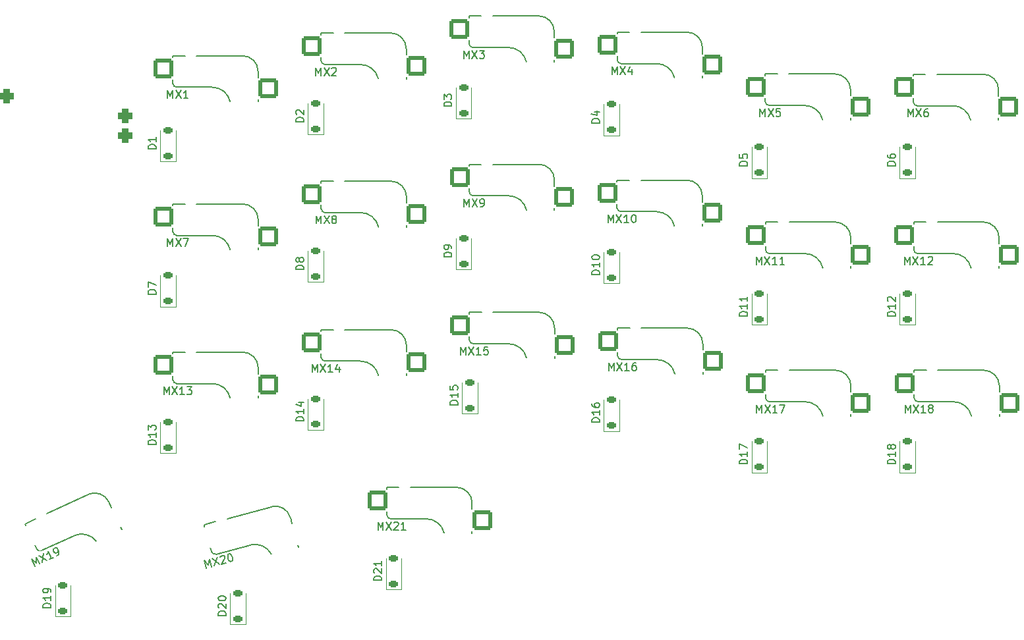
<source format=gto>
%TF.GenerationSoftware,KiCad,Pcbnew,8.0.1*%
%TF.CreationDate,2024-09-02T22:54:56+02:00*%
%TF.ProjectId,KeyboardTest2,4b657962-6f61-4726-9454-657374322e6b,rev?*%
%TF.SameCoordinates,Original*%
%TF.FileFunction,Legend,Top*%
%TF.FilePolarity,Positive*%
%FSLAX46Y46*%
G04 Gerber Fmt 4.6, Leading zero omitted, Abs format (unit mm)*
G04 Created by KiCad (PCBNEW 8.0.1) date 2024-09-02 22:54:56*
%MOMM*%
%LPD*%
G01*
G04 APERTURE LIST*
G04 Aperture macros list*
%AMRoundRect*
0 Rectangle with rounded corners*
0 $1 Rounding radius*
0 $2 $3 $4 $5 $6 $7 $8 $9 X,Y pos of 4 corners*
0 Add a 4 corners polygon primitive as box body*
4,1,4,$2,$3,$4,$5,$6,$7,$8,$9,$2,$3,0*
0 Add four circle primitives for the rounded corners*
1,1,$1+$1,$2,$3*
1,1,$1+$1,$4,$5*
1,1,$1+$1,$6,$7*
1,1,$1+$1,$8,$9*
0 Add four rect primitives between the rounded corners*
20,1,$1+$1,$2,$3,$4,$5,0*
20,1,$1+$1,$4,$5,$6,$7,0*
20,1,$1+$1,$6,$7,$8,$9,0*
20,1,$1+$1,$8,$9,$2,$3,0*%
G04 Aperture macros list end*
%ADD10C,0.150000*%
%ADD11C,0.120000*%
%ADD12C,3.300000*%
%ADD13RoundRect,0.250000X-1.025000X-1.000000X1.025000X-1.000000X1.025000X1.000000X-1.025000X1.000000X0*%
%ADD14C,1.750000*%
%ADD15C,3.987800*%
%ADD16RoundRect,0.225000X0.375000X-0.225000X0.375000X0.225000X-0.375000X0.225000X-0.375000X-0.225000X0*%
%ADD17RoundRect,0.250000X-0.731255X-1.231215X1.248893X-0.700636X0.731255X1.231215X-1.248893X0.700636X0*%
%ADD18RoundRect,0.250000X-0.506347X-1.339492X1.351584X-0.473124X0.506347X1.339492X-1.351584X0.473124X0*%
%ADD19C,1.800000*%
%ADD20RoundRect,0.450000X0.450000X0.450000X-0.450000X0.450000X-0.450000X-0.450000X0.450000X-0.450000X0*%
%ADD21C,1.600000*%
G04 APERTURE END LIST*
D10*
X81577474Y-66196392D02*
X81577474Y-65196392D01*
X81577474Y-65196392D02*
X81910807Y-65910677D01*
X81910807Y-65910677D02*
X82244140Y-65196392D01*
X82244140Y-65196392D02*
X82244140Y-66196392D01*
X82625093Y-65196392D02*
X83291759Y-66196392D01*
X83291759Y-65196392D02*
X82625093Y-66196392D01*
X84196521Y-66196392D02*
X83625093Y-66196392D01*
X83910807Y-66196392D02*
X83910807Y-65196392D01*
X83910807Y-65196392D02*
X83815569Y-65339249D01*
X83815569Y-65339249D02*
X83720331Y-65434487D01*
X83720331Y-65434487D02*
X83625093Y-65482106D01*
X85101283Y-65196392D02*
X84625093Y-65196392D01*
X84625093Y-65196392D02*
X84577474Y-65672582D01*
X84577474Y-65672582D02*
X84625093Y-65624963D01*
X84625093Y-65624963D02*
X84720331Y-65577344D01*
X84720331Y-65577344D02*
X84958426Y-65577344D01*
X84958426Y-65577344D02*
X85053664Y-65624963D01*
X85053664Y-65624963D02*
X85101283Y-65672582D01*
X85101283Y-65672582D02*
X85148902Y-65767820D01*
X85148902Y-65767820D02*
X85148902Y-66005915D01*
X85148902Y-66005915D02*
X85101283Y-66101153D01*
X85101283Y-66101153D02*
X85053664Y-66148773D01*
X85053664Y-66148773D02*
X84958426Y-66196392D01*
X84958426Y-66196392D02*
X84720331Y-66196392D01*
X84720331Y-66196392D02*
X84625093Y-66148773D01*
X84625093Y-66148773D02*
X84577474Y-66101153D01*
X43492171Y-71311141D02*
X43492171Y-70311141D01*
X43492171Y-70311141D02*
X43825504Y-71025426D01*
X43825504Y-71025426D02*
X44158837Y-70311141D01*
X44158837Y-70311141D02*
X44158837Y-71311141D01*
X44539790Y-70311141D02*
X45206456Y-71311141D01*
X45206456Y-70311141D02*
X44539790Y-71311141D01*
X46111218Y-71311141D02*
X45539790Y-71311141D01*
X45825504Y-71311141D02*
X45825504Y-70311141D01*
X45825504Y-70311141D02*
X45730266Y-70453998D01*
X45730266Y-70453998D02*
X45635028Y-70549236D01*
X45635028Y-70549236D02*
X45539790Y-70596855D01*
X46444552Y-70311141D02*
X47063599Y-70311141D01*
X47063599Y-70311141D02*
X46730266Y-70692093D01*
X46730266Y-70692093D02*
X46873123Y-70692093D01*
X46873123Y-70692093D02*
X46968361Y-70739712D01*
X46968361Y-70739712D02*
X47015980Y-70787331D01*
X47015980Y-70787331D02*
X47063599Y-70882569D01*
X47063599Y-70882569D02*
X47063599Y-71120664D01*
X47063599Y-71120664D02*
X47015980Y-71215902D01*
X47015980Y-71215902D02*
X46968361Y-71263522D01*
X46968361Y-71263522D02*
X46873123Y-71311141D01*
X46873123Y-71311141D02*
X46587409Y-71311141D01*
X46587409Y-71311141D02*
X46492171Y-71263522D01*
X46492171Y-71263522D02*
X46444552Y-71215902D01*
X119651895Y-73645250D02*
X119651895Y-72645250D01*
X119651895Y-72645250D02*
X119985228Y-73359535D01*
X119985228Y-73359535D02*
X120318561Y-72645250D01*
X120318561Y-72645250D02*
X120318561Y-73645250D01*
X120699514Y-72645250D02*
X121366180Y-73645250D01*
X121366180Y-72645250D02*
X120699514Y-73645250D01*
X122270942Y-73645250D02*
X121699514Y-73645250D01*
X121985228Y-73645250D02*
X121985228Y-72645250D01*
X121985228Y-72645250D02*
X121889990Y-72788107D01*
X121889990Y-72788107D02*
X121794752Y-72883345D01*
X121794752Y-72883345D02*
X121699514Y-72930964D01*
X122604276Y-72645250D02*
X123270942Y-72645250D01*
X123270942Y-72645250D02*
X122842371Y-73645250D01*
X62547081Y-68427225D02*
X62547081Y-67427225D01*
X62547081Y-67427225D02*
X62880414Y-68141510D01*
X62880414Y-68141510D02*
X63213747Y-67427225D01*
X63213747Y-67427225D02*
X63213747Y-68427225D01*
X63594700Y-67427225D02*
X64261366Y-68427225D01*
X64261366Y-67427225D02*
X63594700Y-68427225D01*
X65166128Y-68427225D02*
X64594700Y-68427225D01*
X64880414Y-68427225D02*
X64880414Y-67427225D01*
X64880414Y-67427225D02*
X64785176Y-67570082D01*
X64785176Y-67570082D02*
X64689938Y-67665320D01*
X64689938Y-67665320D02*
X64594700Y-67712939D01*
X66023271Y-67760558D02*
X66023271Y-68427225D01*
X65785176Y-67379606D02*
X65547081Y-68093891D01*
X65547081Y-68093891D02*
X66166128Y-68093891D01*
X137454819Y-61214285D02*
X136454819Y-61214285D01*
X136454819Y-61214285D02*
X136454819Y-60976190D01*
X136454819Y-60976190D02*
X136502438Y-60833333D01*
X136502438Y-60833333D02*
X136597676Y-60738095D01*
X136597676Y-60738095D02*
X136692914Y-60690476D01*
X136692914Y-60690476D02*
X136883390Y-60642857D01*
X136883390Y-60642857D02*
X137026247Y-60642857D01*
X137026247Y-60642857D02*
X137216723Y-60690476D01*
X137216723Y-60690476D02*
X137311961Y-60738095D01*
X137311961Y-60738095D02*
X137407200Y-60833333D01*
X137407200Y-60833333D02*
X137454819Y-60976190D01*
X137454819Y-60976190D02*
X137454819Y-61214285D01*
X137454819Y-59690476D02*
X137454819Y-60261904D01*
X137454819Y-59976190D02*
X136454819Y-59976190D01*
X136454819Y-59976190D02*
X136597676Y-60071428D01*
X136597676Y-60071428D02*
X136692914Y-60166666D01*
X136692914Y-60166666D02*
X136740533Y-60261904D01*
X136550057Y-59309523D02*
X136502438Y-59261904D01*
X136502438Y-59261904D02*
X136454819Y-59166666D01*
X136454819Y-59166666D02*
X136454819Y-58928571D01*
X136454819Y-58928571D02*
X136502438Y-58833333D01*
X136502438Y-58833333D02*
X136550057Y-58785714D01*
X136550057Y-58785714D02*
X136645295Y-58738095D01*
X136645295Y-58738095D02*
X136740533Y-58738095D01*
X136740533Y-58738095D02*
X136883390Y-58785714D01*
X136883390Y-58785714D02*
X137454819Y-59357142D01*
X137454819Y-59357142D02*
X137454819Y-58738095D01*
X100568095Y-49204819D02*
X100568095Y-48204819D01*
X100568095Y-48204819D02*
X100901428Y-48919104D01*
X100901428Y-48919104D02*
X101234761Y-48204819D01*
X101234761Y-48204819D02*
X101234761Y-49204819D01*
X101615714Y-48204819D02*
X102282380Y-49204819D01*
X102282380Y-48204819D02*
X101615714Y-49204819D01*
X103187142Y-49204819D02*
X102615714Y-49204819D01*
X102901428Y-49204819D02*
X102901428Y-48204819D01*
X102901428Y-48204819D02*
X102806190Y-48347676D01*
X102806190Y-48347676D02*
X102710952Y-48442914D01*
X102710952Y-48442914D02*
X102615714Y-48490533D01*
X103806190Y-48204819D02*
X103901428Y-48204819D01*
X103901428Y-48204819D02*
X103996666Y-48252438D01*
X103996666Y-48252438D02*
X104044285Y-48300057D01*
X104044285Y-48300057D02*
X104091904Y-48395295D01*
X104091904Y-48395295D02*
X104139523Y-48585771D01*
X104139523Y-48585771D02*
X104139523Y-48823866D01*
X104139523Y-48823866D02*
X104091904Y-49014342D01*
X104091904Y-49014342D02*
X104044285Y-49109580D01*
X104044285Y-49109580D02*
X103996666Y-49157200D01*
X103996666Y-49157200D02*
X103901428Y-49204819D01*
X103901428Y-49204819D02*
X103806190Y-49204819D01*
X103806190Y-49204819D02*
X103710952Y-49157200D01*
X103710952Y-49157200D02*
X103663333Y-49109580D01*
X103663333Y-49109580D02*
X103615714Y-49014342D01*
X103615714Y-49014342D02*
X103568095Y-48823866D01*
X103568095Y-48823866D02*
X103568095Y-48585771D01*
X103568095Y-48585771D02*
X103615714Y-48395295D01*
X103615714Y-48395295D02*
X103663333Y-48300057D01*
X103663333Y-48300057D02*
X103710952Y-48252438D01*
X103710952Y-48252438D02*
X103806190Y-48204819D01*
X63004286Y-30284819D02*
X63004286Y-29284819D01*
X63004286Y-29284819D02*
X63337619Y-29999104D01*
X63337619Y-29999104D02*
X63670952Y-29284819D01*
X63670952Y-29284819D02*
X63670952Y-30284819D01*
X64051905Y-29284819D02*
X64718571Y-30284819D01*
X64718571Y-29284819D02*
X64051905Y-30284819D01*
X65051905Y-29380057D02*
X65099524Y-29332438D01*
X65099524Y-29332438D02*
X65194762Y-29284819D01*
X65194762Y-29284819D02*
X65432857Y-29284819D01*
X65432857Y-29284819D02*
X65528095Y-29332438D01*
X65528095Y-29332438D02*
X65575714Y-29380057D01*
X65575714Y-29380057D02*
X65623333Y-29475295D01*
X65623333Y-29475295D02*
X65623333Y-29570533D01*
X65623333Y-29570533D02*
X65575714Y-29713390D01*
X65575714Y-29713390D02*
X65004286Y-30284819D01*
X65004286Y-30284819D02*
X65623333Y-30284819D01*
X119631148Y-54587331D02*
X119631148Y-53587331D01*
X119631148Y-53587331D02*
X119964481Y-54301616D01*
X119964481Y-54301616D02*
X120297814Y-53587331D01*
X120297814Y-53587331D02*
X120297814Y-54587331D01*
X120678767Y-53587331D02*
X121345433Y-54587331D01*
X121345433Y-53587331D02*
X120678767Y-54587331D01*
X122250195Y-54587331D02*
X121678767Y-54587331D01*
X121964481Y-54587331D02*
X121964481Y-53587331D01*
X121964481Y-53587331D02*
X121869243Y-53730188D01*
X121869243Y-53730188D02*
X121774005Y-53825426D01*
X121774005Y-53825426D02*
X121678767Y-53873045D01*
X123202576Y-54587331D02*
X122631148Y-54587331D01*
X122916862Y-54587331D02*
X122916862Y-53587331D01*
X122916862Y-53587331D02*
X122821624Y-53730188D01*
X122821624Y-53730188D02*
X122726386Y-53825426D01*
X122726386Y-53825426D02*
X122631148Y-53873045D01*
X42454819Y-39738094D02*
X41454819Y-39738094D01*
X41454819Y-39738094D02*
X41454819Y-39499999D01*
X41454819Y-39499999D02*
X41502438Y-39357142D01*
X41502438Y-39357142D02*
X41597676Y-39261904D01*
X41597676Y-39261904D02*
X41692914Y-39214285D01*
X41692914Y-39214285D02*
X41883390Y-39166666D01*
X41883390Y-39166666D02*
X42026247Y-39166666D01*
X42026247Y-39166666D02*
X42216723Y-39214285D01*
X42216723Y-39214285D02*
X42311961Y-39261904D01*
X42311961Y-39261904D02*
X42407200Y-39357142D01*
X42407200Y-39357142D02*
X42454819Y-39499999D01*
X42454819Y-39499999D02*
X42454819Y-39738094D01*
X42454819Y-38214285D02*
X42454819Y-38785713D01*
X42454819Y-38499999D02*
X41454819Y-38499999D01*
X41454819Y-38499999D02*
X41597676Y-38595237D01*
X41597676Y-38595237D02*
X41692914Y-38690475D01*
X41692914Y-38690475D02*
X41740533Y-38785713D01*
X61454819Y-36238094D02*
X60454819Y-36238094D01*
X60454819Y-36238094D02*
X60454819Y-35999999D01*
X60454819Y-35999999D02*
X60502438Y-35857142D01*
X60502438Y-35857142D02*
X60597676Y-35761904D01*
X60597676Y-35761904D02*
X60692914Y-35714285D01*
X60692914Y-35714285D02*
X60883390Y-35666666D01*
X60883390Y-35666666D02*
X61026247Y-35666666D01*
X61026247Y-35666666D02*
X61216723Y-35714285D01*
X61216723Y-35714285D02*
X61311961Y-35761904D01*
X61311961Y-35761904D02*
X61407200Y-35857142D01*
X61407200Y-35857142D02*
X61454819Y-35999999D01*
X61454819Y-35999999D02*
X61454819Y-36238094D01*
X60550057Y-35285713D02*
X60502438Y-35238094D01*
X60502438Y-35238094D02*
X60454819Y-35142856D01*
X60454819Y-35142856D02*
X60454819Y-34904761D01*
X60454819Y-34904761D02*
X60502438Y-34809523D01*
X60502438Y-34809523D02*
X60550057Y-34761904D01*
X60550057Y-34761904D02*
X60645295Y-34714285D01*
X60645295Y-34714285D02*
X60740533Y-34714285D01*
X60740533Y-34714285D02*
X60883390Y-34761904D01*
X60883390Y-34761904D02*
X61454819Y-35333332D01*
X61454819Y-35333332D02*
X61454819Y-34714285D01*
X100628520Y-68230098D02*
X100628520Y-67230098D01*
X100628520Y-67230098D02*
X100961853Y-67944383D01*
X100961853Y-67944383D02*
X101295186Y-67230098D01*
X101295186Y-67230098D02*
X101295186Y-68230098D01*
X101676139Y-67230098D02*
X102342805Y-68230098D01*
X102342805Y-67230098D02*
X101676139Y-68230098D01*
X103247567Y-68230098D02*
X102676139Y-68230098D01*
X102961853Y-68230098D02*
X102961853Y-67230098D01*
X102961853Y-67230098D02*
X102866615Y-67372955D01*
X102866615Y-67372955D02*
X102771377Y-67468193D01*
X102771377Y-67468193D02*
X102676139Y-67515812D01*
X104104710Y-67230098D02*
X103914234Y-67230098D01*
X103914234Y-67230098D02*
X103818996Y-67277717D01*
X103818996Y-67277717D02*
X103771377Y-67325336D01*
X103771377Y-67325336D02*
X103676139Y-67468193D01*
X103676139Y-67468193D02*
X103628520Y-67658669D01*
X103628520Y-67658669D02*
X103628520Y-68039621D01*
X103628520Y-68039621D02*
X103676139Y-68134859D01*
X103676139Y-68134859D02*
X103723758Y-68182479D01*
X103723758Y-68182479D02*
X103818996Y-68230098D01*
X103818996Y-68230098D02*
X104009472Y-68230098D01*
X104009472Y-68230098D02*
X104104710Y-68182479D01*
X104104710Y-68182479D02*
X104152329Y-68134859D01*
X104152329Y-68134859D02*
X104199948Y-68039621D01*
X104199948Y-68039621D02*
X104199948Y-67801526D01*
X104199948Y-67801526D02*
X104152329Y-67706288D01*
X104152329Y-67706288D02*
X104104710Y-67658669D01*
X104104710Y-67658669D02*
X104009472Y-67611050D01*
X104009472Y-67611050D02*
X103818996Y-67611050D01*
X103818996Y-67611050D02*
X103723758Y-67658669D01*
X103723758Y-67658669D02*
X103676139Y-67706288D01*
X103676139Y-67706288D02*
X103628520Y-67801526D01*
X51454819Y-99714285D02*
X50454819Y-99714285D01*
X50454819Y-99714285D02*
X50454819Y-99476190D01*
X50454819Y-99476190D02*
X50502438Y-99333333D01*
X50502438Y-99333333D02*
X50597676Y-99238095D01*
X50597676Y-99238095D02*
X50692914Y-99190476D01*
X50692914Y-99190476D02*
X50883390Y-99142857D01*
X50883390Y-99142857D02*
X51026247Y-99142857D01*
X51026247Y-99142857D02*
X51216723Y-99190476D01*
X51216723Y-99190476D02*
X51311961Y-99238095D01*
X51311961Y-99238095D02*
X51407200Y-99333333D01*
X51407200Y-99333333D02*
X51454819Y-99476190D01*
X51454819Y-99476190D02*
X51454819Y-99714285D01*
X50550057Y-98761904D02*
X50502438Y-98714285D01*
X50502438Y-98714285D02*
X50454819Y-98619047D01*
X50454819Y-98619047D02*
X50454819Y-98380952D01*
X50454819Y-98380952D02*
X50502438Y-98285714D01*
X50502438Y-98285714D02*
X50550057Y-98238095D01*
X50550057Y-98238095D02*
X50645295Y-98190476D01*
X50645295Y-98190476D02*
X50740533Y-98190476D01*
X50740533Y-98190476D02*
X50883390Y-98238095D01*
X50883390Y-98238095D02*
X51454819Y-98809523D01*
X51454819Y-98809523D02*
X51454819Y-98190476D01*
X50454819Y-97571428D02*
X50454819Y-97476190D01*
X50454819Y-97476190D02*
X50502438Y-97380952D01*
X50502438Y-97380952D02*
X50550057Y-97333333D01*
X50550057Y-97333333D02*
X50645295Y-97285714D01*
X50645295Y-97285714D02*
X50835771Y-97238095D01*
X50835771Y-97238095D02*
X51073866Y-97238095D01*
X51073866Y-97238095D02*
X51264342Y-97285714D01*
X51264342Y-97285714D02*
X51359580Y-97333333D01*
X51359580Y-97333333D02*
X51407200Y-97380952D01*
X51407200Y-97380952D02*
X51454819Y-97476190D01*
X51454819Y-97476190D02*
X51454819Y-97571428D01*
X51454819Y-97571428D02*
X51407200Y-97666666D01*
X51407200Y-97666666D02*
X51359580Y-97714285D01*
X51359580Y-97714285D02*
X51264342Y-97761904D01*
X51264342Y-97761904D02*
X51073866Y-97809523D01*
X51073866Y-97809523D02*
X50835771Y-97809523D01*
X50835771Y-97809523D02*
X50645295Y-97761904D01*
X50645295Y-97761904D02*
X50550057Y-97714285D01*
X50550057Y-97714285D02*
X50502438Y-97666666D01*
X50502438Y-97666666D02*
X50454819Y-97571428D01*
X99454819Y-74864285D02*
X98454819Y-74864285D01*
X98454819Y-74864285D02*
X98454819Y-74626190D01*
X98454819Y-74626190D02*
X98502438Y-74483333D01*
X98502438Y-74483333D02*
X98597676Y-74388095D01*
X98597676Y-74388095D02*
X98692914Y-74340476D01*
X98692914Y-74340476D02*
X98883390Y-74292857D01*
X98883390Y-74292857D02*
X99026247Y-74292857D01*
X99026247Y-74292857D02*
X99216723Y-74340476D01*
X99216723Y-74340476D02*
X99311961Y-74388095D01*
X99311961Y-74388095D02*
X99407200Y-74483333D01*
X99407200Y-74483333D02*
X99454819Y-74626190D01*
X99454819Y-74626190D02*
X99454819Y-74864285D01*
X99454819Y-73340476D02*
X99454819Y-73911904D01*
X99454819Y-73626190D02*
X98454819Y-73626190D01*
X98454819Y-73626190D02*
X98597676Y-73721428D01*
X98597676Y-73721428D02*
X98692914Y-73816666D01*
X98692914Y-73816666D02*
X98740533Y-73911904D01*
X98454819Y-72483333D02*
X98454819Y-72673809D01*
X98454819Y-72673809D02*
X98502438Y-72769047D01*
X98502438Y-72769047D02*
X98550057Y-72816666D01*
X98550057Y-72816666D02*
X98692914Y-72911904D01*
X98692914Y-72911904D02*
X98883390Y-72959523D01*
X98883390Y-72959523D02*
X99264342Y-72959523D01*
X99264342Y-72959523D02*
X99359580Y-72911904D01*
X99359580Y-72911904D02*
X99407200Y-72864285D01*
X99407200Y-72864285D02*
X99454819Y-72769047D01*
X99454819Y-72769047D02*
X99454819Y-72578571D01*
X99454819Y-72578571D02*
X99407200Y-72483333D01*
X99407200Y-72483333D02*
X99359580Y-72435714D01*
X99359580Y-72435714D02*
X99264342Y-72388095D01*
X99264342Y-72388095D02*
X99026247Y-72388095D01*
X99026247Y-72388095D02*
X98931009Y-72435714D01*
X98931009Y-72435714D02*
X98883390Y-72483333D01*
X98883390Y-72483333D02*
X98835771Y-72578571D01*
X98835771Y-72578571D02*
X98835771Y-72769047D01*
X98835771Y-72769047D02*
X98883390Y-72864285D01*
X98883390Y-72864285D02*
X98931009Y-72911904D01*
X98931009Y-72911904D02*
X99026247Y-72959523D01*
X138732848Y-73645250D02*
X138732848Y-72645250D01*
X138732848Y-72645250D02*
X139066181Y-73359535D01*
X139066181Y-73359535D02*
X139399514Y-72645250D01*
X139399514Y-72645250D02*
X139399514Y-73645250D01*
X139780467Y-72645250D02*
X140447133Y-73645250D01*
X140447133Y-72645250D02*
X139780467Y-73645250D01*
X141351895Y-73645250D02*
X140780467Y-73645250D01*
X141066181Y-73645250D02*
X141066181Y-72645250D01*
X141066181Y-72645250D02*
X140970943Y-72788107D01*
X140970943Y-72788107D02*
X140875705Y-72883345D01*
X140875705Y-72883345D02*
X140780467Y-72930964D01*
X141923324Y-73073821D02*
X141828086Y-73026202D01*
X141828086Y-73026202D02*
X141780467Y-72978583D01*
X141780467Y-72978583D02*
X141732848Y-72883345D01*
X141732848Y-72883345D02*
X141732848Y-72835726D01*
X141732848Y-72835726D02*
X141780467Y-72740488D01*
X141780467Y-72740488D02*
X141828086Y-72692869D01*
X141828086Y-72692869D02*
X141923324Y-72645250D01*
X141923324Y-72645250D02*
X142113800Y-72645250D01*
X142113800Y-72645250D02*
X142209038Y-72692869D01*
X142209038Y-72692869D02*
X142256657Y-72740488D01*
X142256657Y-72740488D02*
X142304276Y-72835726D01*
X142304276Y-72835726D02*
X142304276Y-72883345D01*
X142304276Y-72883345D02*
X142256657Y-72978583D01*
X142256657Y-72978583D02*
X142209038Y-73026202D01*
X142209038Y-73026202D02*
X142113800Y-73073821D01*
X142113800Y-73073821D02*
X141923324Y-73073821D01*
X141923324Y-73073821D02*
X141828086Y-73121440D01*
X141828086Y-73121440D02*
X141780467Y-73169059D01*
X141780467Y-73169059D02*
X141732848Y-73264297D01*
X141732848Y-73264297D02*
X141732848Y-73454773D01*
X141732848Y-73454773D02*
X141780467Y-73550011D01*
X141780467Y-73550011D02*
X141828086Y-73597631D01*
X141828086Y-73597631D02*
X141923324Y-73645250D01*
X141923324Y-73645250D02*
X142113800Y-73645250D01*
X142113800Y-73645250D02*
X142209038Y-73597631D01*
X142209038Y-73597631D02*
X142256657Y-73550011D01*
X142256657Y-73550011D02*
X142304276Y-73454773D01*
X142304276Y-73454773D02*
X142304276Y-73264297D01*
X142304276Y-73264297D02*
X142256657Y-73169059D01*
X142256657Y-73169059D02*
X142209038Y-73121440D01*
X142209038Y-73121440D02*
X142113800Y-73073821D01*
X42454819Y-58388094D02*
X41454819Y-58388094D01*
X41454819Y-58388094D02*
X41454819Y-58149999D01*
X41454819Y-58149999D02*
X41502438Y-58007142D01*
X41502438Y-58007142D02*
X41597676Y-57911904D01*
X41597676Y-57911904D02*
X41692914Y-57864285D01*
X41692914Y-57864285D02*
X41883390Y-57816666D01*
X41883390Y-57816666D02*
X42026247Y-57816666D01*
X42026247Y-57816666D02*
X42216723Y-57864285D01*
X42216723Y-57864285D02*
X42311961Y-57911904D01*
X42311961Y-57911904D02*
X42407200Y-58007142D01*
X42407200Y-58007142D02*
X42454819Y-58149999D01*
X42454819Y-58149999D02*
X42454819Y-58388094D01*
X41454819Y-57483332D02*
X41454819Y-56816666D01*
X41454819Y-56816666D02*
X42454819Y-57245237D01*
X82023872Y-28093130D02*
X82023872Y-27093130D01*
X82023872Y-27093130D02*
X82357205Y-27807415D01*
X82357205Y-27807415D02*
X82690538Y-27093130D01*
X82690538Y-27093130D02*
X82690538Y-28093130D01*
X83071491Y-27093130D02*
X83738157Y-28093130D01*
X83738157Y-27093130D02*
X83071491Y-28093130D01*
X84023872Y-27093130D02*
X84642919Y-27093130D01*
X84642919Y-27093130D02*
X84309586Y-27474082D01*
X84309586Y-27474082D02*
X84452443Y-27474082D01*
X84452443Y-27474082D02*
X84547681Y-27521701D01*
X84547681Y-27521701D02*
X84595300Y-27569320D01*
X84595300Y-27569320D02*
X84642919Y-27664558D01*
X84642919Y-27664558D02*
X84642919Y-27902653D01*
X84642919Y-27902653D02*
X84595300Y-27997891D01*
X84595300Y-27997891D02*
X84547681Y-28045511D01*
X84547681Y-28045511D02*
X84452443Y-28093130D01*
X84452443Y-28093130D02*
X84166729Y-28093130D01*
X84166729Y-28093130D02*
X84071491Y-28045511D01*
X84071491Y-28045511D02*
X84023872Y-27997891D01*
X120082744Y-35549682D02*
X120082744Y-34549682D01*
X120082744Y-34549682D02*
X120416077Y-35263967D01*
X120416077Y-35263967D02*
X120749410Y-34549682D01*
X120749410Y-34549682D02*
X120749410Y-35549682D01*
X121130363Y-34549682D02*
X121797029Y-35549682D01*
X121797029Y-34549682D02*
X121130363Y-35549682D01*
X122654172Y-34549682D02*
X122177982Y-34549682D01*
X122177982Y-34549682D02*
X122130363Y-35025872D01*
X122130363Y-35025872D02*
X122177982Y-34978253D01*
X122177982Y-34978253D02*
X122273220Y-34930634D01*
X122273220Y-34930634D02*
X122511315Y-34930634D01*
X122511315Y-34930634D02*
X122606553Y-34978253D01*
X122606553Y-34978253D02*
X122654172Y-35025872D01*
X122654172Y-35025872D02*
X122701791Y-35121110D01*
X122701791Y-35121110D02*
X122701791Y-35359205D01*
X122701791Y-35359205D02*
X122654172Y-35454443D01*
X122654172Y-35454443D02*
X122606553Y-35502063D01*
X122606553Y-35502063D02*
X122511315Y-35549682D01*
X122511315Y-35549682D02*
X122273220Y-35549682D01*
X122273220Y-35549682D02*
X122177982Y-35502063D01*
X122177982Y-35502063D02*
X122130363Y-35454443D01*
X99454819Y-55864285D02*
X98454819Y-55864285D01*
X98454819Y-55864285D02*
X98454819Y-55626190D01*
X98454819Y-55626190D02*
X98502438Y-55483333D01*
X98502438Y-55483333D02*
X98597676Y-55388095D01*
X98597676Y-55388095D02*
X98692914Y-55340476D01*
X98692914Y-55340476D02*
X98883390Y-55292857D01*
X98883390Y-55292857D02*
X99026247Y-55292857D01*
X99026247Y-55292857D02*
X99216723Y-55340476D01*
X99216723Y-55340476D02*
X99311961Y-55388095D01*
X99311961Y-55388095D02*
X99407200Y-55483333D01*
X99407200Y-55483333D02*
X99454819Y-55626190D01*
X99454819Y-55626190D02*
X99454819Y-55864285D01*
X99454819Y-54340476D02*
X99454819Y-54911904D01*
X99454819Y-54626190D02*
X98454819Y-54626190D01*
X98454819Y-54626190D02*
X98597676Y-54721428D01*
X98597676Y-54721428D02*
X98692914Y-54816666D01*
X98692914Y-54816666D02*
X98740533Y-54911904D01*
X98454819Y-53721428D02*
X98454819Y-53626190D01*
X98454819Y-53626190D02*
X98502438Y-53530952D01*
X98502438Y-53530952D02*
X98550057Y-53483333D01*
X98550057Y-53483333D02*
X98645295Y-53435714D01*
X98645295Y-53435714D02*
X98835771Y-53388095D01*
X98835771Y-53388095D02*
X99073866Y-53388095D01*
X99073866Y-53388095D02*
X99264342Y-53435714D01*
X99264342Y-53435714D02*
X99359580Y-53483333D01*
X99359580Y-53483333D02*
X99407200Y-53530952D01*
X99407200Y-53530952D02*
X99454819Y-53626190D01*
X99454819Y-53626190D02*
X99454819Y-53721428D01*
X99454819Y-53721428D02*
X99407200Y-53816666D01*
X99407200Y-53816666D02*
X99359580Y-53864285D01*
X99359580Y-53864285D02*
X99264342Y-53911904D01*
X99264342Y-53911904D02*
X99073866Y-53959523D01*
X99073866Y-53959523D02*
X98835771Y-53959523D01*
X98835771Y-53959523D02*
X98645295Y-53911904D01*
X98645295Y-53911904D02*
X98550057Y-53864285D01*
X98550057Y-53864285D02*
X98502438Y-53816666D01*
X98502438Y-53816666D02*
X98454819Y-53721428D01*
X61454819Y-74714285D02*
X60454819Y-74714285D01*
X60454819Y-74714285D02*
X60454819Y-74476190D01*
X60454819Y-74476190D02*
X60502438Y-74333333D01*
X60502438Y-74333333D02*
X60597676Y-74238095D01*
X60597676Y-74238095D02*
X60692914Y-74190476D01*
X60692914Y-74190476D02*
X60883390Y-74142857D01*
X60883390Y-74142857D02*
X61026247Y-74142857D01*
X61026247Y-74142857D02*
X61216723Y-74190476D01*
X61216723Y-74190476D02*
X61311961Y-74238095D01*
X61311961Y-74238095D02*
X61407200Y-74333333D01*
X61407200Y-74333333D02*
X61454819Y-74476190D01*
X61454819Y-74476190D02*
X61454819Y-74714285D01*
X61454819Y-73190476D02*
X61454819Y-73761904D01*
X61454819Y-73476190D02*
X60454819Y-73476190D01*
X60454819Y-73476190D02*
X60597676Y-73571428D01*
X60597676Y-73571428D02*
X60692914Y-73666666D01*
X60692914Y-73666666D02*
X60740533Y-73761904D01*
X60788152Y-72333333D02*
X61454819Y-72333333D01*
X60407200Y-72571428D02*
X61121485Y-72809523D01*
X61121485Y-72809523D02*
X61121485Y-72190476D01*
X82042391Y-47163646D02*
X82042391Y-46163646D01*
X82042391Y-46163646D02*
X82375724Y-46877931D01*
X82375724Y-46877931D02*
X82709057Y-46163646D01*
X82709057Y-46163646D02*
X82709057Y-47163646D01*
X83090010Y-46163646D02*
X83756676Y-47163646D01*
X83756676Y-46163646D02*
X83090010Y-47163646D01*
X84185248Y-47163646D02*
X84375724Y-47163646D01*
X84375724Y-47163646D02*
X84470962Y-47116027D01*
X84470962Y-47116027D02*
X84518581Y-47068407D01*
X84518581Y-47068407D02*
X84613819Y-46925550D01*
X84613819Y-46925550D02*
X84661438Y-46735074D01*
X84661438Y-46735074D02*
X84661438Y-46354122D01*
X84661438Y-46354122D02*
X84613819Y-46258884D01*
X84613819Y-46258884D02*
X84566200Y-46211265D01*
X84566200Y-46211265D02*
X84470962Y-46163646D01*
X84470962Y-46163646D02*
X84280486Y-46163646D01*
X84280486Y-46163646D02*
X84185248Y-46211265D01*
X84185248Y-46211265D02*
X84137629Y-46258884D01*
X84137629Y-46258884D02*
X84090010Y-46354122D01*
X84090010Y-46354122D02*
X84090010Y-46592217D01*
X84090010Y-46592217D02*
X84137629Y-46687455D01*
X84137629Y-46687455D02*
X84185248Y-46735074D01*
X84185248Y-46735074D02*
X84280486Y-46782693D01*
X84280486Y-46782693D02*
X84470962Y-46782693D01*
X84470962Y-46782693D02*
X84566200Y-46735074D01*
X84566200Y-46735074D02*
X84613819Y-46687455D01*
X84613819Y-46687455D02*
X84661438Y-46592217D01*
X70988095Y-88704819D02*
X70988095Y-87704819D01*
X70988095Y-87704819D02*
X71321428Y-88419104D01*
X71321428Y-88419104D02*
X71654761Y-87704819D01*
X71654761Y-87704819D02*
X71654761Y-88704819D01*
X72035714Y-87704819D02*
X72702380Y-88704819D01*
X72702380Y-87704819D02*
X72035714Y-88704819D01*
X73035714Y-87800057D02*
X73083333Y-87752438D01*
X73083333Y-87752438D02*
X73178571Y-87704819D01*
X73178571Y-87704819D02*
X73416666Y-87704819D01*
X73416666Y-87704819D02*
X73511904Y-87752438D01*
X73511904Y-87752438D02*
X73559523Y-87800057D01*
X73559523Y-87800057D02*
X73607142Y-87895295D01*
X73607142Y-87895295D02*
X73607142Y-87990533D01*
X73607142Y-87990533D02*
X73559523Y-88133390D01*
X73559523Y-88133390D02*
X72988095Y-88704819D01*
X72988095Y-88704819D02*
X73607142Y-88704819D01*
X74559523Y-88704819D02*
X73988095Y-88704819D01*
X74273809Y-88704819D02*
X74273809Y-87704819D01*
X74273809Y-87704819D02*
X74178571Y-87847676D01*
X74178571Y-87847676D02*
X74083333Y-87942914D01*
X74083333Y-87942914D02*
X73988095Y-87990533D01*
X101061606Y-30166341D02*
X101061606Y-29166341D01*
X101061606Y-29166341D02*
X101394939Y-29880626D01*
X101394939Y-29880626D02*
X101728272Y-29166341D01*
X101728272Y-29166341D02*
X101728272Y-30166341D01*
X102109225Y-29166341D02*
X102775891Y-30166341D01*
X102775891Y-29166341D02*
X102109225Y-30166341D01*
X103585415Y-29499674D02*
X103585415Y-30166341D01*
X103347320Y-29118722D02*
X103109225Y-29833007D01*
X103109225Y-29833007D02*
X103728272Y-29833007D01*
X43964286Y-33204819D02*
X43964286Y-32204819D01*
X43964286Y-32204819D02*
X44297619Y-32919104D01*
X44297619Y-32919104D02*
X44630952Y-32204819D01*
X44630952Y-32204819D02*
X44630952Y-33204819D01*
X45011905Y-32204819D02*
X45678571Y-33204819D01*
X45678571Y-32204819D02*
X45011905Y-33204819D01*
X46583333Y-33204819D02*
X46011905Y-33204819D01*
X46297619Y-33204819D02*
X46297619Y-32204819D01*
X46297619Y-32204819D02*
X46202381Y-32347676D01*
X46202381Y-32347676D02*
X46107143Y-32442914D01*
X46107143Y-32442914D02*
X46011905Y-32490533D01*
X139103883Y-35579590D02*
X139103883Y-34579590D01*
X139103883Y-34579590D02*
X139437216Y-35293875D01*
X139437216Y-35293875D02*
X139770549Y-34579590D01*
X139770549Y-34579590D02*
X139770549Y-35579590D01*
X140151502Y-34579590D02*
X140818168Y-35579590D01*
X140818168Y-34579590D02*
X140151502Y-35579590D01*
X141627692Y-34579590D02*
X141437216Y-34579590D01*
X141437216Y-34579590D02*
X141341978Y-34627209D01*
X141341978Y-34627209D02*
X141294359Y-34674828D01*
X141294359Y-34674828D02*
X141199121Y-34817685D01*
X141199121Y-34817685D02*
X141151502Y-35008161D01*
X141151502Y-35008161D02*
X141151502Y-35389113D01*
X141151502Y-35389113D02*
X141199121Y-35484351D01*
X141199121Y-35484351D02*
X141246740Y-35531971D01*
X141246740Y-35531971D02*
X141341978Y-35579590D01*
X141341978Y-35579590D02*
X141532454Y-35579590D01*
X141532454Y-35579590D02*
X141627692Y-35531971D01*
X141627692Y-35531971D02*
X141675311Y-35484351D01*
X141675311Y-35484351D02*
X141722930Y-35389113D01*
X141722930Y-35389113D02*
X141722930Y-35151018D01*
X141722930Y-35151018D02*
X141675311Y-35055780D01*
X141675311Y-35055780D02*
X141627692Y-35008161D01*
X141627692Y-35008161D02*
X141532454Y-34960542D01*
X141532454Y-34960542D02*
X141341978Y-34960542D01*
X141341978Y-34960542D02*
X141246740Y-35008161D01*
X141246740Y-35008161D02*
X141199121Y-35055780D01*
X141199121Y-35055780D02*
X141151502Y-35151018D01*
X80454819Y-34238094D02*
X79454819Y-34238094D01*
X79454819Y-34238094D02*
X79454819Y-33999999D01*
X79454819Y-33999999D02*
X79502438Y-33857142D01*
X79502438Y-33857142D02*
X79597676Y-33761904D01*
X79597676Y-33761904D02*
X79692914Y-33714285D01*
X79692914Y-33714285D02*
X79883390Y-33666666D01*
X79883390Y-33666666D02*
X80026247Y-33666666D01*
X80026247Y-33666666D02*
X80216723Y-33714285D01*
X80216723Y-33714285D02*
X80311961Y-33761904D01*
X80311961Y-33761904D02*
X80407200Y-33857142D01*
X80407200Y-33857142D02*
X80454819Y-33999999D01*
X80454819Y-33999999D02*
X80454819Y-34238094D01*
X79454819Y-33333332D02*
X79454819Y-32714285D01*
X79454819Y-32714285D02*
X79835771Y-33047618D01*
X79835771Y-33047618D02*
X79835771Y-32904761D01*
X79835771Y-32904761D02*
X79883390Y-32809523D01*
X79883390Y-32809523D02*
X79931009Y-32761904D01*
X79931009Y-32761904D02*
X80026247Y-32714285D01*
X80026247Y-32714285D02*
X80264342Y-32714285D01*
X80264342Y-32714285D02*
X80359580Y-32761904D01*
X80359580Y-32761904D02*
X80407200Y-32809523D01*
X80407200Y-32809523D02*
X80454819Y-32904761D01*
X80454819Y-32904761D02*
X80454819Y-33190475D01*
X80454819Y-33190475D02*
X80407200Y-33285713D01*
X80407200Y-33285713D02*
X80359580Y-33333332D01*
X138682194Y-54587331D02*
X138682194Y-53587331D01*
X138682194Y-53587331D02*
X139015527Y-54301616D01*
X139015527Y-54301616D02*
X139348860Y-53587331D01*
X139348860Y-53587331D02*
X139348860Y-54587331D01*
X139729813Y-53587331D02*
X140396479Y-54587331D01*
X140396479Y-53587331D02*
X139729813Y-54587331D01*
X141301241Y-54587331D02*
X140729813Y-54587331D01*
X141015527Y-54587331D02*
X141015527Y-53587331D01*
X141015527Y-53587331D02*
X140920289Y-53730188D01*
X140920289Y-53730188D02*
X140825051Y-53825426D01*
X140825051Y-53825426D02*
X140729813Y-53873045D01*
X141682194Y-53682569D02*
X141729813Y-53634950D01*
X141729813Y-53634950D02*
X141825051Y-53587331D01*
X141825051Y-53587331D02*
X142063146Y-53587331D01*
X142063146Y-53587331D02*
X142158384Y-53634950D01*
X142158384Y-53634950D02*
X142206003Y-53682569D01*
X142206003Y-53682569D02*
X142253622Y-53777807D01*
X142253622Y-53777807D02*
X142253622Y-53873045D01*
X142253622Y-53873045D02*
X142206003Y-54015902D01*
X142206003Y-54015902D02*
X141634575Y-54587331D01*
X141634575Y-54587331D02*
X142253622Y-54587331D01*
X71454819Y-95214285D02*
X70454819Y-95214285D01*
X70454819Y-95214285D02*
X70454819Y-94976190D01*
X70454819Y-94976190D02*
X70502438Y-94833333D01*
X70502438Y-94833333D02*
X70597676Y-94738095D01*
X70597676Y-94738095D02*
X70692914Y-94690476D01*
X70692914Y-94690476D02*
X70883390Y-94642857D01*
X70883390Y-94642857D02*
X71026247Y-94642857D01*
X71026247Y-94642857D02*
X71216723Y-94690476D01*
X71216723Y-94690476D02*
X71311961Y-94738095D01*
X71311961Y-94738095D02*
X71407200Y-94833333D01*
X71407200Y-94833333D02*
X71454819Y-94976190D01*
X71454819Y-94976190D02*
X71454819Y-95214285D01*
X70550057Y-94261904D02*
X70502438Y-94214285D01*
X70502438Y-94214285D02*
X70454819Y-94119047D01*
X70454819Y-94119047D02*
X70454819Y-93880952D01*
X70454819Y-93880952D02*
X70502438Y-93785714D01*
X70502438Y-93785714D02*
X70550057Y-93738095D01*
X70550057Y-93738095D02*
X70645295Y-93690476D01*
X70645295Y-93690476D02*
X70740533Y-93690476D01*
X70740533Y-93690476D02*
X70883390Y-93738095D01*
X70883390Y-93738095D02*
X71454819Y-94309523D01*
X71454819Y-94309523D02*
X71454819Y-93690476D01*
X71454819Y-92738095D02*
X71454819Y-93309523D01*
X71454819Y-93023809D02*
X70454819Y-93023809D01*
X70454819Y-93023809D02*
X70597676Y-93119047D01*
X70597676Y-93119047D02*
X70692914Y-93214285D01*
X70692914Y-93214285D02*
X70740533Y-93309523D01*
X43970774Y-52260926D02*
X43970774Y-51260926D01*
X43970774Y-51260926D02*
X44304107Y-51975211D01*
X44304107Y-51975211D02*
X44637440Y-51260926D01*
X44637440Y-51260926D02*
X44637440Y-52260926D01*
X45018393Y-51260926D02*
X45685059Y-52260926D01*
X45685059Y-51260926D02*
X45018393Y-52260926D01*
X45970774Y-51260926D02*
X46637440Y-51260926D01*
X46637440Y-51260926D02*
X46208869Y-52260926D01*
X48950825Y-93619747D02*
X48692006Y-92653822D01*
X48692006Y-92653822D02*
X49198852Y-93257496D01*
X49198852Y-93257496D02*
X49335957Y-92481276D01*
X49335957Y-92481276D02*
X49594776Y-93447201D01*
X49703928Y-92382678D02*
X50606698Y-93176058D01*
X50347879Y-92210132D02*
X49962747Y-93348604D01*
X50694503Y-92215852D02*
X50728175Y-92157531D01*
X50728175Y-92157531D02*
X50807843Y-92086885D01*
X50807843Y-92086885D02*
X51037826Y-92025261D01*
X51037826Y-92025261D02*
X51142143Y-92046608D01*
X51142143Y-92046608D02*
X51200465Y-92080280D01*
X51200465Y-92080280D02*
X51271110Y-92159948D01*
X51271110Y-92159948D02*
X51295760Y-92251941D01*
X51295760Y-92251941D02*
X51286738Y-92402255D01*
X51286738Y-92402255D02*
X50882677Y-93102109D01*
X50882677Y-93102109D02*
X51480631Y-92941888D01*
X51819766Y-91815741D02*
X51911759Y-91791092D01*
X51911759Y-91791092D02*
X52016076Y-91812439D01*
X52016076Y-91812439D02*
X52074398Y-91846110D01*
X52074398Y-91846110D02*
X52145043Y-91925779D01*
X52145043Y-91925779D02*
X52240339Y-92097440D01*
X52240339Y-92097440D02*
X52301962Y-92327422D01*
X52301962Y-92327422D02*
X52305265Y-92523733D01*
X52305265Y-92523733D02*
X52283918Y-92628050D01*
X52283918Y-92628050D02*
X52250246Y-92686371D01*
X52250246Y-92686371D02*
X52170578Y-92757017D01*
X52170578Y-92757017D02*
X52078585Y-92781667D01*
X52078585Y-92781667D02*
X51974267Y-92760320D01*
X51974267Y-92760320D02*
X51915946Y-92726648D01*
X51915946Y-92726648D02*
X51845300Y-92646980D01*
X51845300Y-92646980D02*
X51750005Y-92475319D01*
X51750005Y-92475319D02*
X51688381Y-92245336D01*
X51688381Y-92245336D02*
X51685079Y-92049026D01*
X51685079Y-92049026D02*
X51706426Y-91944708D01*
X51706426Y-91944708D02*
X51740098Y-91886387D01*
X51740098Y-91886387D02*
X51819766Y-91815741D01*
X99454819Y-36388094D02*
X98454819Y-36388094D01*
X98454819Y-36388094D02*
X98454819Y-36149999D01*
X98454819Y-36149999D02*
X98502438Y-36007142D01*
X98502438Y-36007142D02*
X98597676Y-35911904D01*
X98597676Y-35911904D02*
X98692914Y-35864285D01*
X98692914Y-35864285D02*
X98883390Y-35816666D01*
X98883390Y-35816666D02*
X99026247Y-35816666D01*
X99026247Y-35816666D02*
X99216723Y-35864285D01*
X99216723Y-35864285D02*
X99311961Y-35911904D01*
X99311961Y-35911904D02*
X99407200Y-36007142D01*
X99407200Y-36007142D02*
X99454819Y-36149999D01*
X99454819Y-36149999D02*
X99454819Y-36388094D01*
X98788152Y-34959523D02*
X99454819Y-34959523D01*
X98407200Y-35197618D02*
X99121485Y-35435713D01*
X99121485Y-35435713D02*
X99121485Y-34816666D01*
X137454819Y-80214285D02*
X136454819Y-80214285D01*
X136454819Y-80214285D02*
X136454819Y-79976190D01*
X136454819Y-79976190D02*
X136502438Y-79833333D01*
X136502438Y-79833333D02*
X136597676Y-79738095D01*
X136597676Y-79738095D02*
X136692914Y-79690476D01*
X136692914Y-79690476D02*
X136883390Y-79642857D01*
X136883390Y-79642857D02*
X137026247Y-79642857D01*
X137026247Y-79642857D02*
X137216723Y-79690476D01*
X137216723Y-79690476D02*
X137311961Y-79738095D01*
X137311961Y-79738095D02*
X137407200Y-79833333D01*
X137407200Y-79833333D02*
X137454819Y-79976190D01*
X137454819Y-79976190D02*
X137454819Y-80214285D01*
X137454819Y-78690476D02*
X137454819Y-79261904D01*
X137454819Y-78976190D02*
X136454819Y-78976190D01*
X136454819Y-78976190D02*
X136597676Y-79071428D01*
X136597676Y-79071428D02*
X136692914Y-79166666D01*
X136692914Y-79166666D02*
X136740533Y-79261904D01*
X136883390Y-78119047D02*
X136835771Y-78214285D01*
X136835771Y-78214285D02*
X136788152Y-78261904D01*
X136788152Y-78261904D02*
X136692914Y-78309523D01*
X136692914Y-78309523D02*
X136645295Y-78309523D01*
X136645295Y-78309523D02*
X136550057Y-78261904D01*
X136550057Y-78261904D02*
X136502438Y-78214285D01*
X136502438Y-78214285D02*
X136454819Y-78119047D01*
X136454819Y-78119047D02*
X136454819Y-77928571D01*
X136454819Y-77928571D02*
X136502438Y-77833333D01*
X136502438Y-77833333D02*
X136550057Y-77785714D01*
X136550057Y-77785714D02*
X136645295Y-77738095D01*
X136645295Y-77738095D02*
X136692914Y-77738095D01*
X136692914Y-77738095D02*
X136788152Y-77785714D01*
X136788152Y-77785714D02*
X136835771Y-77833333D01*
X136835771Y-77833333D02*
X136883390Y-77928571D01*
X136883390Y-77928571D02*
X136883390Y-78119047D01*
X136883390Y-78119047D02*
X136931009Y-78214285D01*
X136931009Y-78214285D02*
X136978628Y-78261904D01*
X136978628Y-78261904D02*
X137073866Y-78309523D01*
X137073866Y-78309523D02*
X137264342Y-78309523D01*
X137264342Y-78309523D02*
X137359580Y-78261904D01*
X137359580Y-78261904D02*
X137407200Y-78214285D01*
X137407200Y-78214285D02*
X137454819Y-78119047D01*
X137454819Y-78119047D02*
X137454819Y-77928571D01*
X137454819Y-77928571D02*
X137407200Y-77833333D01*
X137407200Y-77833333D02*
X137359580Y-77785714D01*
X137359580Y-77785714D02*
X137264342Y-77738095D01*
X137264342Y-77738095D02*
X137073866Y-77738095D01*
X137073866Y-77738095D02*
X136978628Y-77785714D01*
X136978628Y-77785714D02*
X136931009Y-77833333D01*
X136931009Y-77833333D02*
X136883390Y-77928571D01*
X28954819Y-98714285D02*
X27954819Y-98714285D01*
X27954819Y-98714285D02*
X27954819Y-98476190D01*
X27954819Y-98476190D02*
X28002438Y-98333333D01*
X28002438Y-98333333D02*
X28097676Y-98238095D01*
X28097676Y-98238095D02*
X28192914Y-98190476D01*
X28192914Y-98190476D02*
X28383390Y-98142857D01*
X28383390Y-98142857D02*
X28526247Y-98142857D01*
X28526247Y-98142857D02*
X28716723Y-98190476D01*
X28716723Y-98190476D02*
X28811961Y-98238095D01*
X28811961Y-98238095D02*
X28907200Y-98333333D01*
X28907200Y-98333333D02*
X28954819Y-98476190D01*
X28954819Y-98476190D02*
X28954819Y-98714285D01*
X28954819Y-97190476D02*
X28954819Y-97761904D01*
X28954819Y-97476190D02*
X27954819Y-97476190D01*
X27954819Y-97476190D02*
X28097676Y-97571428D01*
X28097676Y-97571428D02*
X28192914Y-97666666D01*
X28192914Y-97666666D02*
X28240533Y-97761904D01*
X28954819Y-96714285D02*
X28954819Y-96523809D01*
X28954819Y-96523809D02*
X28907200Y-96428571D01*
X28907200Y-96428571D02*
X28859580Y-96380952D01*
X28859580Y-96380952D02*
X28716723Y-96285714D01*
X28716723Y-96285714D02*
X28526247Y-96238095D01*
X28526247Y-96238095D02*
X28145295Y-96238095D01*
X28145295Y-96238095D02*
X28050057Y-96285714D01*
X28050057Y-96285714D02*
X28002438Y-96333333D01*
X28002438Y-96333333D02*
X27954819Y-96428571D01*
X27954819Y-96428571D02*
X27954819Y-96619047D01*
X27954819Y-96619047D02*
X28002438Y-96714285D01*
X28002438Y-96714285D02*
X28050057Y-96761904D01*
X28050057Y-96761904D02*
X28145295Y-96809523D01*
X28145295Y-96809523D02*
X28383390Y-96809523D01*
X28383390Y-96809523D02*
X28478628Y-96761904D01*
X28478628Y-96761904D02*
X28526247Y-96714285D01*
X28526247Y-96714285D02*
X28573866Y-96619047D01*
X28573866Y-96619047D02*
X28573866Y-96428571D01*
X28573866Y-96428571D02*
X28526247Y-96333333D01*
X28526247Y-96333333D02*
X28478628Y-96285714D01*
X28478628Y-96285714D02*
X28383390Y-96238095D01*
X42454819Y-77714285D02*
X41454819Y-77714285D01*
X41454819Y-77714285D02*
X41454819Y-77476190D01*
X41454819Y-77476190D02*
X41502438Y-77333333D01*
X41502438Y-77333333D02*
X41597676Y-77238095D01*
X41597676Y-77238095D02*
X41692914Y-77190476D01*
X41692914Y-77190476D02*
X41883390Y-77142857D01*
X41883390Y-77142857D02*
X42026247Y-77142857D01*
X42026247Y-77142857D02*
X42216723Y-77190476D01*
X42216723Y-77190476D02*
X42311961Y-77238095D01*
X42311961Y-77238095D02*
X42407200Y-77333333D01*
X42407200Y-77333333D02*
X42454819Y-77476190D01*
X42454819Y-77476190D02*
X42454819Y-77714285D01*
X42454819Y-76190476D02*
X42454819Y-76761904D01*
X42454819Y-76476190D02*
X41454819Y-76476190D01*
X41454819Y-76476190D02*
X41597676Y-76571428D01*
X41597676Y-76571428D02*
X41692914Y-76666666D01*
X41692914Y-76666666D02*
X41740533Y-76761904D01*
X41454819Y-75857142D02*
X41454819Y-75238095D01*
X41454819Y-75238095D02*
X41835771Y-75571428D01*
X41835771Y-75571428D02*
X41835771Y-75428571D01*
X41835771Y-75428571D02*
X41883390Y-75333333D01*
X41883390Y-75333333D02*
X41931009Y-75285714D01*
X41931009Y-75285714D02*
X42026247Y-75238095D01*
X42026247Y-75238095D02*
X42264342Y-75238095D01*
X42264342Y-75238095D02*
X42359580Y-75285714D01*
X42359580Y-75285714D02*
X42407200Y-75333333D01*
X42407200Y-75333333D02*
X42454819Y-75428571D01*
X42454819Y-75428571D02*
X42454819Y-75714285D01*
X42454819Y-75714285D02*
X42407200Y-75809523D01*
X42407200Y-75809523D02*
X42359580Y-75857142D01*
X81236908Y-72623849D02*
X80236908Y-72623849D01*
X80236908Y-72623849D02*
X80236908Y-72385754D01*
X80236908Y-72385754D02*
X80284527Y-72242897D01*
X80284527Y-72242897D02*
X80379765Y-72147659D01*
X80379765Y-72147659D02*
X80475003Y-72100040D01*
X80475003Y-72100040D02*
X80665479Y-72052421D01*
X80665479Y-72052421D02*
X80808336Y-72052421D01*
X80808336Y-72052421D02*
X80998812Y-72100040D01*
X80998812Y-72100040D02*
X81094050Y-72147659D01*
X81094050Y-72147659D02*
X81189289Y-72242897D01*
X81189289Y-72242897D02*
X81236908Y-72385754D01*
X81236908Y-72385754D02*
X81236908Y-72623849D01*
X81236908Y-71100040D02*
X81236908Y-71671468D01*
X81236908Y-71385754D02*
X80236908Y-71385754D01*
X80236908Y-71385754D02*
X80379765Y-71480992D01*
X80379765Y-71480992D02*
X80475003Y-71576230D01*
X80475003Y-71576230D02*
X80522622Y-71671468D01*
X80236908Y-70195278D02*
X80236908Y-70671468D01*
X80236908Y-70671468D02*
X80713098Y-70719087D01*
X80713098Y-70719087D02*
X80665479Y-70671468D01*
X80665479Y-70671468D02*
X80617860Y-70576230D01*
X80617860Y-70576230D02*
X80617860Y-70338135D01*
X80617860Y-70338135D02*
X80665479Y-70242897D01*
X80665479Y-70242897D02*
X80713098Y-70195278D01*
X80713098Y-70195278D02*
X80808336Y-70147659D01*
X80808336Y-70147659D02*
X81046431Y-70147659D01*
X81046431Y-70147659D02*
X81141669Y-70195278D01*
X81141669Y-70195278D02*
X81189289Y-70242897D01*
X81189289Y-70242897D02*
X81236908Y-70338135D01*
X81236908Y-70338135D02*
X81236908Y-70576230D01*
X81236908Y-70576230D02*
X81189289Y-70671468D01*
X81189289Y-70671468D02*
X81141669Y-70719087D01*
X26899952Y-93366908D02*
X26477334Y-92460600D01*
X26477334Y-92460600D02*
X27081307Y-92967090D01*
X27081307Y-92967090D02*
X27081539Y-92178854D01*
X27081539Y-92178854D02*
X27504158Y-93085162D01*
X27426799Y-92017857D02*
X28453623Y-92642419D01*
X28031004Y-91736111D02*
X27849418Y-92924165D01*
X29273615Y-92260050D02*
X28755725Y-92501547D01*
X29014670Y-92380798D02*
X28592052Y-91474491D01*
X28592052Y-91474491D02*
X28566111Y-91644213D01*
X28566111Y-91644213D02*
X28520045Y-91770777D01*
X28520045Y-91770777D02*
X28453855Y-91854184D01*
X29705191Y-92058804D02*
X29877821Y-91978305D01*
X29877821Y-91978305D02*
X29944011Y-91894898D01*
X29944011Y-91894898D02*
X29967044Y-91831616D01*
X29967044Y-91831616D02*
X29992985Y-91661894D01*
X29992985Y-91661894D02*
X29955644Y-91469139D01*
X29955644Y-91469139D02*
X29794646Y-91123879D01*
X29794646Y-91123879D02*
X29711239Y-91057689D01*
X29711239Y-91057689D02*
X29647957Y-91034656D01*
X29647957Y-91034656D02*
X29541517Y-91031748D01*
X29541517Y-91031748D02*
X29368887Y-91112246D01*
X29368887Y-91112246D02*
X29302697Y-91195653D01*
X29302697Y-91195653D02*
X29279664Y-91258935D01*
X29279664Y-91258935D02*
X29276756Y-91365375D01*
X29276756Y-91365375D02*
X29377379Y-91581163D01*
X29377379Y-91581163D02*
X29460786Y-91647353D01*
X29460786Y-91647353D02*
X29524069Y-91670386D01*
X29524069Y-91670386D02*
X29630508Y-91673294D01*
X29630508Y-91673294D02*
X29803138Y-91592795D01*
X29803138Y-91592795D02*
X29869329Y-91509388D01*
X29869329Y-91509388D02*
X29892362Y-91446106D01*
X29892362Y-91446106D02*
X29895270Y-91339667D01*
X118454819Y-80214285D02*
X117454819Y-80214285D01*
X117454819Y-80214285D02*
X117454819Y-79976190D01*
X117454819Y-79976190D02*
X117502438Y-79833333D01*
X117502438Y-79833333D02*
X117597676Y-79738095D01*
X117597676Y-79738095D02*
X117692914Y-79690476D01*
X117692914Y-79690476D02*
X117883390Y-79642857D01*
X117883390Y-79642857D02*
X118026247Y-79642857D01*
X118026247Y-79642857D02*
X118216723Y-79690476D01*
X118216723Y-79690476D02*
X118311961Y-79738095D01*
X118311961Y-79738095D02*
X118407200Y-79833333D01*
X118407200Y-79833333D02*
X118454819Y-79976190D01*
X118454819Y-79976190D02*
X118454819Y-80214285D01*
X118454819Y-78690476D02*
X118454819Y-79261904D01*
X118454819Y-78976190D02*
X117454819Y-78976190D01*
X117454819Y-78976190D02*
X117597676Y-79071428D01*
X117597676Y-79071428D02*
X117692914Y-79166666D01*
X117692914Y-79166666D02*
X117740533Y-79261904D01*
X117454819Y-78357142D02*
X117454819Y-77690476D01*
X117454819Y-77690476D02*
X118454819Y-78119047D01*
X80454819Y-53588094D02*
X79454819Y-53588094D01*
X79454819Y-53588094D02*
X79454819Y-53349999D01*
X79454819Y-53349999D02*
X79502438Y-53207142D01*
X79502438Y-53207142D02*
X79597676Y-53111904D01*
X79597676Y-53111904D02*
X79692914Y-53064285D01*
X79692914Y-53064285D02*
X79883390Y-53016666D01*
X79883390Y-53016666D02*
X80026247Y-53016666D01*
X80026247Y-53016666D02*
X80216723Y-53064285D01*
X80216723Y-53064285D02*
X80311961Y-53111904D01*
X80311961Y-53111904D02*
X80407200Y-53207142D01*
X80407200Y-53207142D02*
X80454819Y-53349999D01*
X80454819Y-53349999D02*
X80454819Y-53588094D01*
X80454819Y-52540475D02*
X80454819Y-52349999D01*
X80454819Y-52349999D02*
X80407200Y-52254761D01*
X80407200Y-52254761D02*
X80359580Y-52207142D01*
X80359580Y-52207142D02*
X80216723Y-52111904D01*
X80216723Y-52111904D02*
X80026247Y-52064285D01*
X80026247Y-52064285D02*
X79645295Y-52064285D01*
X79645295Y-52064285D02*
X79550057Y-52111904D01*
X79550057Y-52111904D02*
X79502438Y-52159523D01*
X79502438Y-52159523D02*
X79454819Y-52254761D01*
X79454819Y-52254761D02*
X79454819Y-52445237D01*
X79454819Y-52445237D02*
X79502438Y-52540475D01*
X79502438Y-52540475D02*
X79550057Y-52588094D01*
X79550057Y-52588094D02*
X79645295Y-52635713D01*
X79645295Y-52635713D02*
X79883390Y-52635713D01*
X79883390Y-52635713D02*
X79978628Y-52588094D01*
X79978628Y-52588094D02*
X80026247Y-52540475D01*
X80026247Y-52540475D02*
X80073866Y-52445237D01*
X80073866Y-52445237D02*
X80073866Y-52254761D01*
X80073866Y-52254761D02*
X80026247Y-52159523D01*
X80026247Y-52159523D02*
X79978628Y-52111904D01*
X79978628Y-52111904D02*
X79883390Y-52064285D01*
X118454819Y-41888094D02*
X117454819Y-41888094D01*
X117454819Y-41888094D02*
X117454819Y-41649999D01*
X117454819Y-41649999D02*
X117502438Y-41507142D01*
X117502438Y-41507142D02*
X117597676Y-41411904D01*
X117597676Y-41411904D02*
X117692914Y-41364285D01*
X117692914Y-41364285D02*
X117883390Y-41316666D01*
X117883390Y-41316666D02*
X118026247Y-41316666D01*
X118026247Y-41316666D02*
X118216723Y-41364285D01*
X118216723Y-41364285D02*
X118311961Y-41411904D01*
X118311961Y-41411904D02*
X118407200Y-41507142D01*
X118407200Y-41507142D02*
X118454819Y-41649999D01*
X118454819Y-41649999D02*
X118454819Y-41888094D01*
X117454819Y-40411904D02*
X117454819Y-40888094D01*
X117454819Y-40888094D02*
X117931009Y-40935713D01*
X117931009Y-40935713D02*
X117883390Y-40888094D01*
X117883390Y-40888094D02*
X117835771Y-40792856D01*
X117835771Y-40792856D02*
X117835771Y-40554761D01*
X117835771Y-40554761D02*
X117883390Y-40459523D01*
X117883390Y-40459523D02*
X117931009Y-40411904D01*
X117931009Y-40411904D02*
X118026247Y-40364285D01*
X118026247Y-40364285D02*
X118264342Y-40364285D01*
X118264342Y-40364285D02*
X118359580Y-40411904D01*
X118359580Y-40411904D02*
X118407200Y-40459523D01*
X118407200Y-40459523D02*
X118454819Y-40554761D01*
X118454819Y-40554761D02*
X118454819Y-40792856D01*
X118454819Y-40792856D02*
X118407200Y-40888094D01*
X118407200Y-40888094D02*
X118359580Y-40935713D01*
X61454819Y-55238094D02*
X60454819Y-55238094D01*
X60454819Y-55238094D02*
X60454819Y-54999999D01*
X60454819Y-54999999D02*
X60502438Y-54857142D01*
X60502438Y-54857142D02*
X60597676Y-54761904D01*
X60597676Y-54761904D02*
X60692914Y-54714285D01*
X60692914Y-54714285D02*
X60883390Y-54666666D01*
X60883390Y-54666666D02*
X61026247Y-54666666D01*
X61026247Y-54666666D02*
X61216723Y-54714285D01*
X61216723Y-54714285D02*
X61311961Y-54761904D01*
X61311961Y-54761904D02*
X61407200Y-54857142D01*
X61407200Y-54857142D02*
X61454819Y-54999999D01*
X61454819Y-54999999D02*
X61454819Y-55238094D01*
X60883390Y-54095237D02*
X60835771Y-54190475D01*
X60835771Y-54190475D02*
X60788152Y-54238094D01*
X60788152Y-54238094D02*
X60692914Y-54285713D01*
X60692914Y-54285713D02*
X60645295Y-54285713D01*
X60645295Y-54285713D02*
X60550057Y-54238094D01*
X60550057Y-54238094D02*
X60502438Y-54190475D01*
X60502438Y-54190475D02*
X60454819Y-54095237D01*
X60454819Y-54095237D02*
X60454819Y-53904761D01*
X60454819Y-53904761D02*
X60502438Y-53809523D01*
X60502438Y-53809523D02*
X60550057Y-53761904D01*
X60550057Y-53761904D02*
X60645295Y-53714285D01*
X60645295Y-53714285D02*
X60692914Y-53714285D01*
X60692914Y-53714285D02*
X60788152Y-53761904D01*
X60788152Y-53761904D02*
X60835771Y-53809523D01*
X60835771Y-53809523D02*
X60883390Y-53904761D01*
X60883390Y-53904761D02*
X60883390Y-54095237D01*
X60883390Y-54095237D02*
X60931009Y-54190475D01*
X60931009Y-54190475D02*
X60978628Y-54238094D01*
X60978628Y-54238094D02*
X61073866Y-54285713D01*
X61073866Y-54285713D02*
X61264342Y-54285713D01*
X61264342Y-54285713D02*
X61359580Y-54238094D01*
X61359580Y-54238094D02*
X61407200Y-54190475D01*
X61407200Y-54190475D02*
X61454819Y-54095237D01*
X61454819Y-54095237D02*
X61454819Y-53904761D01*
X61454819Y-53904761D02*
X61407200Y-53809523D01*
X61407200Y-53809523D02*
X61359580Y-53761904D01*
X61359580Y-53761904D02*
X61264342Y-53714285D01*
X61264342Y-53714285D02*
X61073866Y-53714285D01*
X61073866Y-53714285D02*
X60978628Y-53761904D01*
X60978628Y-53761904D02*
X60931009Y-53809523D01*
X60931009Y-53809523D02*
X60883390Y-53904761D01*
X63026635Y-49326714D02*
X63026635Y-48326714D01*
X63026635Y-48326714D02*
X63359968Y-49040999D01*
X63359968Y-49040999D02*
X63693301Y-48326714D01*
X63693301Y-48326714D02*
X63693301Y-49326714D01*
X64074254Y-48326714D02*
X64740920Y-49326714D01*
X64740920Y-48326714D02*
X64074254Y-49326714D01*
X65264730Y-48755285D02*
X65169492Y-48707666D01*
X65169492Y-48707666D02*
X65121873Y-48660047D01*
X65121873Y-48660047D02*
X65074254Y-48564809D01*
X65074254Y-48564809D02*
X65074254Y-48517190D01*
X65074254Y-48517190D02*
X65121873Y-48421952D01*
X65121873Y-48421952D02*
X65169492Y-48374333D01*
X65169492Y-48374333D02*
X65264730Y-48326714D01*
X65264730Y-48326714D02*
X65455206Y-48326714D01*
X65455206Y-48326714D02*
X65550444Y-48374333D01*
X65550444Y-48374333D02*
X65598063Y-48421952D01*
X65598063Y-48421952D02*
X65645682Y-48517190D01*
X65645682Y-48517190D02*
X65645682Y-48564809D01*
X65645682Y-48564809D02*
X65598063Y-48660047D01*
X65598063Y-48660047D02*
X65550444Y-48707666D01*
X65550444Y-48707666D02*
X65455206Y-48755285D01*
X65455206Y-48755285D02*
X65264730Y-48755285D01*
X65264730Y-48755285D02*
X65169492Y-48802904D01*
X65169492Y-48802904D02*
X65121873Y-48850523D01*
X65121873Y-48850523D02*
X65074254Y-48945761D01*
X65074254Y-48945761D02*
X65074254Y-49136237D01*
X65074254Y-49136237D02*
X65121873Y-49231475D01*
X65121873Y-49231475D02*
X65169492Y-49279095D01*
X65169492Y-49279095D02*
X65264730Y-49326714D01*
X65264730Y-49326714D02*
X65455206Y-49326714D01*
X65455206Y-49326714D02*
X65550444Y-49279095D01*
X65550444Y-49279095D02*
X65598063Y-49231475D01*
X65598063Y-49231475D02*
X65645682Y-49136237D01*
X65645682Y-49136237D02*
X65645682Y-48945761D01*
X65645682Y-48945761D02*
X65598063Y-48850523D01*
X65598063Y-48850523D02*
X65550444Y-48802904D01*
X65550444Y-48802904D02*
X65455206Y-48755285D01*
X118454819Y-61214285D02*
X117454819Y-61214285D01*
X117454819Y-61214285D02*
X117454819Y-60976190D01*
X117454819Y-60976190D02*
X117502438Y-60833333D01*
X117502438Y-60833333D02*
X117597676Y-60738095D01*
X117597676Y-60738095D02*
X117692914Y-60690476D01*
X117692914Y-60690476D02*
X117883390Y-60642857D01*
X117883390Y-60642857D02*
X118026247Y-60642857D01*
X118026247Y-60642857D02*
X118216723Y-60690476D01*
X118216723Y-60690476D02*
X118311961Y-60738095D01*
X118311961Y-60738095D02*
X118407200Y-60833333D01*
X118407200Y-60833333D02*
X118454819Y-60976190D01*
X118454819Y-60976190D02*
X118454819Y-61214285D01*
X118454819Y-59690476D02*
X118454819Y-60261904D01*
X118454819Y-59976190D02*
X117454819Y-59976190D01*
X117454819Y-59976190D02*
X117597676Y-60071428D01*
X117597676Y-60071428D02*
X117692914Y-60166666D01*
X117692914Y-60166666D02*
X117740533Y-60261904D01*
X118454819Y-58738095D02*
X118454819Y-59309523D01*
X118454819Y-59023809D02*
X117454819Y-59023809D01*
X117454819Y-59023809D02*
X117597676Y-59119047D01*
X117597676Y-59119047D02*
X117692914Y-59214285D01*
X117692914Y-59214285D02*
X117740533Y-59309523D01*
X137454819Y-41888094D02*
X136454819Y-41888094D01*
X136454819Y-41888094D02*
X136454819Y-41649999D01*
X136454819Y-41649999D02*
X136502438Y-41507142D01*
X136502438Y-41507142D02*
X136597676Y-41411904D01*
X136597676Y-41411904D02*
X136692914Y-41364285D01*
X136692914Y-41364285D02*
X136883390Y-41316666D01*
X136883390Y-41316666D02*
X137026247Y-41316666D01*
X137026247Y-41316666D02*
X137216723Y-41364285D01*
X137216723Y-41364285D02*
X137311961Y-41411904D01*
X137311961Y-41411904D02*
X137407200Y-41507142D01*
X137407200Y-41507142D02*
X137454819Y-41649999D01*
X137454819Y-41649999D02*
X137454819Y-41888094D01*
X136454819Y-40459523D02*
X136454819Y-40649999D01*
X136454819Y-40649999D02*
X136502438Y-40745237D01*
X136502438Y-40745237D02*
X136550057Y-40792856D01*
X136550057Y-40792856D02*
X136692914Y-40888094D01*
X136692914Y-40888094D02*
X136883390Y-40935713D01*
X136883390Y-40935713D02*
X137264342Y-40935713D01*
X137264342Y-40935713D02*
X137359580Y-40888094D01*
X137359580Y-40888094D02*
X137407200Y-40840475D01*
X137407200Y-40840475D02*
X137454819Y-40745237D01*
X137454819Y-40745237D02*
X137454819Y-40554761D01*
X137454819Y-40554761D02*
X137407200Y-40459523D01*
X137407200Y-40459523D02*
X137359580Y-40411904D01*
X137359580Y-40411904D02*
X137264342Y-40364285D01*
X137264342Y-40364285D02*
X137026247Y-40364285D01*
X137026247Y-40364285D02*
X136931009Y-40411904D01*
X136931009Y-40411904D02*
X136883390Y-40459523D01*
X136883390Y-40459523D02*
X136835771Y-40554761D01*
X136835771Y-40554761D02*
X136835771Y-40745237D01*
X136835771Y-40745237D02*
X136883390Y-40840475D01*
X136883390Y-40840475D02*
X136931009Y-40888094D01*
X136931009Y-40888094D02*
X137026247Y-40935713D01*
%TO.C,MX15*%
X91674555Y-60741353D02*
G75*
G02*
X93674549Y-62741353I4J-1999990D01*
G01*
X87789379Y-64791353D02*
G75*
G02*
X90083701Y-66631353I866J-2349332D01*
G01*
X83224555Y-64791353D02*
G75*
G02*
X82724555Y-64291353I1J500001D01*
G01*
X93674555Y-66391353D02*
X93674555Y-66631353D01*
X93674555Y-63541353D02*
X93674555Y-62741353D01*
X91674555Y-60741353D02*
X85774555Y-60741353D01*
X84274555Y-60741353D02*
X82724555Y-60741353D01*
X83224555Y-64791353D02*
X87789379Y-64791353D01*
X82724555Y-63821353D02*
X82724555Y-64291353D01*
X82724555Y-60741353D02*
X82724555Y-60971353D01*
%TO.C,MX13*%
X53589252Y-65856102D02*
G75*
G02*
X55589246Y-67856102I4J-1999990D01*
G01*
X49704076Y-69906102D02*
G75*
G02*
X51998398Y-71746102I866J-2349332D01*
G01*
X45139252Y-69906102D02*
G75*
G02*
X44639252Y-69406102I1J500001D01*
G01*
X55589252Y-71506102D02*
X55589252Y-71746102D01*
X55589252Y-68656102D02*
X55589252Y-67856102D01*
X53589252Y-65856102D02*
X47689252Y-65856102D01*
X46189252Y-65856102D02*
X44639252Y-65856102D01*
X45139252Y-69906102D02*
X49704076Y-69906102D01*
X44639252Y-68936102D02*
X44639252Y-69406102D01*
X44639252Y-65856102D02*
X44639252Y-66086102D01*
%TO.C,MX17*%
X129748976Y-68190211D02*
G75*
G02*
X131748970Y-70190211I4J-1999990D01*
G01*
X125863800Y-72240211D02*
G75*
G02*
X128158122Y-74080211I866J-2349332D01*
G01*
X121298976Y-72240211D02*
G75*
G02*
X120798976Y-71740211I1J500001D01*
G01*
X131748976Y-73840211D02*
X131748976Y-74080211D01*
X131748976Y-70990211D02*
X131748976Y-70190211D01*
X129748976Y-68190211D02*
X123848976Y-68190211D01*
X122348976Y-68190211D02*
X120798976Y-68190211D01*
X121298976Y-72240211D02*
X125863800Y-72240211D01*
X120798976Y-71270211D02*
X120798976Y-71740211D01*
X120798976Y-68190211D02*
X120798976Y-68420211D01*
%TO.C,MX14*%
X72644162Y-62972186D02*
G75*
G02*
X74644156Y-64972186I4J-1999990D01*
G01*
X68758986Y-67022186D02*
G75*
G02*
X71053308Y-68862186I866J-2349332D01*
G01*
X64194162Y-67022186D02*
G75*
G02*
X63694162Y-66522186I1J500001D01*
G01*
X74644162Y-68622186D02*
X74644162Y-68862186D01*
X74644162Y-65772186D02*
X74644162Y-64972186D01*
X72644162Y-62972186D02*
X66744162Y-62972186D01*
X65244162Y-62972186D02*
X63694162Y-62972186D01*
X64194162Y-67022186D02*
X68758986Y-67022186D01*
X63694162Y-66052186D02*
X63694162Y-66522186D01*
X63694162Y-62972186D02*
X63694162Y-63202186D01*
D11*
%TO.C,D12*%
X140000000Y-62360000D02*
X140000000Y-58350000D01*
X138000000Y-62360000D02*
X140000000Y-62360000D01*
X138000000Y-62360000D02*
X138000000Y-58350000D01*
D10*
%TO.C,MX10*%
X110665176Y-43749780D02*
G75*
G02*
X112665170Y-45749780I4J-1999990D01*
G01*
X106780000Y-47799780D02*
G75*
G02*
X109074322Y-49639780I866J-2349332D01*
G01*
X102215176Y-47799780D02*
G75*
G02*
X101715176Y-47299780I1J500001D01*
G01*
X112665176Y-49399780D02*
X112665176Y-49639780D01*
X112665176Y-46549780D02*
X112665176Y-45749780D01*
X110665176Y-43749780D02*
X104765176Y-43749780D01*
X103265176Y-43749780D02*
X101715176Y-43749780D01*
X102215176Y-47799780D02*
X106780000Y-47799780D01*
X101715176Y-46829780D02*
X101715176Y-47299780D01*
X101715176Y-43749780D02*
X101715176Y-43979780D01*
%TO.C,MX2*%
X72625176Y-24829780D02*
G75*
G02*
X74625170Y-26829780I4J-1999990D01*
G01*
X68740000Y-28879780D02*
G75*
G02*
X71034322Y-30719780I866J-2349332D01*
G01*
X64175176Y-28879780D02*
G75*
G02*
X63675176Y-28379780I1J500001D01*
G01*
X74625176Y-30479780D02*
X74625176Y-30719780D01*
X74625176Y-27629780D02*
X74625176Y-26829780D01*
X72625176Y-24829780D02*
X66725176Y-24829780D01*
X65225176Y-24829780D02*
X63675176Y-24829780D01*
X64175176Y-28879780D02*
X68740000Y-28879780D01*
X63675176Y-27909780D02*
X63675176Y-28379780D01*
X63675176Y-24829780D02*
X63675176Y-25059780D01*
%TO.C,MX11*%
X129728229Y-49132292D02*
G75*
G02*
X131728223Y-51132292I4J-1999990D01*
G01*
X125843053Y-53182292D02*
G75*
G02*
X128137375Y-55022292I866J-2349332D01*
G01*
X121278229Y-53182292D02*
G75*
G02*
X120778229Y-52682292I1J500001D01*
G01*
X131728229Y-54782292D02*
X131728229Y-55022292D01*
X131728229Y-51932292D02*
X131728229Y-51132292D01*
X129728229Y-49132292D02*
X123828229Y-49132292D01*
X122328229Y-49132292D02*
X120778229Y-49132292D01*
X121278229Y-53182292D02*
X125843053Y-53182292D01*
X120778229Y-52212292D02*
X120778229Y-52682292D01*
X120778229Y-49132292D02*
X120778229Y-49362292D01*
D11*
%TO.C,D1*%
X45000000Y-41360000D02*
X45000000Y-37350000D01*
X43000000Y-41360000D02*
X45000000Y-41360000D01*
X43000000Y-41360000D02*
X43000000Y-37350000D01*
%TO.C,D2*%
X64000000Y-37860000D02*
X64000000Y-33850000D01*
X62000000Y-37860000D02*
X64000000Y-37860000D01*
X62000000Y-37860000D02*
X62000000Y-33850000D01*
D10*
%TO.C,MX16*%
X110725601Y-62775059D02*
G75*
G02*
X112725595Y-64775059I4J-1999990D01*
G01*
X106840425Y-66825059D02*
G75*
G02*
X109134747Y-68665059I866J-2349332D01*
G01*
X102275601Y-66825059D02*
G75*
G02*
X101775601Y-66325059I1J500001D01*
G01*
X112725601Y-68425059D02*
X112725601Y-68665059D01*
X112725601Y-65575059D02*
X112725601Y-64775059D01*
X110725601Y-62775059D02*
X104825601Y-62775059D01*
X103325601Y-62775059D02*
X101775601Y-62775059D01*
X102275601Y-66825059D02*
X106840425Y-66825059D01*
X101775601Y-65855059D02*
X101775601Y-66325059D01*
X101775601Y-62775059D02*
X101775601Y-63005059D01*
D11*
%TO.C,D20*%
X54000000Y-100860000D02*
X54000000Y-96850000D01*
X52000000Y-100860000D02*
X54000000Y-100860000D01*
X52000000Y-100860000D02*
X52000000Y-96850000D01*
%TO.C,D16*%
X102000000Y-76010000D02*
X102000000Y-72000000D01*
X100000000Y-76010000D02*
X102000000Y-76010000D01*
X100000000Y-76010000D02*
X100000000Y-72000000D01*
D10*
%TO.C,MX18*%
X148829929Y-68190211D02*
G75*
G02*
X150829923Y-70190211I4J-1999990D01*
G01*
X144944753Y-72240211D02*
G75*
G02*
X147239075Y-74080211I866J-2349332D01*
G01*
X140379929Y-72240211D02*
G75*
G02*
X139879929Y-71740211I1J500001D01*
G01*
X150829929Y-73840211D02*
X150829929Y-74080211D01*
X150829929Y-70990211D02*
X150829929Y-70190211D01*
X148829929Y-68190211D02*
X142929929Y-68190211D01*
X141429929Y-68190211D02*
X139879929Y-68190211D01*
X140379929Y-72240211D02*
X144944753Y-72240211D01*
X139879929Y-71270211D02*
X139879929Y-71740211D01*
X139879929Y-68190211D02*
X139879929Y-68420211D01*
D11*
%TO.C,D7*%
X45000000Y-60010000D02*
X45000000Y-56000000D01*
X43000000Y-60010000D02*
X45000000Y-60010000D01*
X43000000Y-60010000D02*
X43000000Y-56000000D01*
D10*
%TO.C,MX3*%
X91644762Y-22638091D02*
G75*
G02*
X93644756Y-24638091I4J-1999990D01*
G01*
X87759586Y-26688091D02*
G75*
G02*
X90053908Y-28528091I866J-2349332D01*
G01*
X83194762Y-26688091D02*
G75*
G02*
X82694762Y-26188091I1J500001D01*
G01*
X93644762Y-28288091D02*
X93644762Y-28528091D01*
X93644762Y-25438091D02*
X93644762Y-24638091D01*
X91644762Y-22638091D02*
X85744762Y-22638091D01*
X84244762Y-22638091D02*
X82694762Y-22638091D01*
X83194762Y-26688091D02*
X87759586Y-26688091D01*
X82694762Y-25718091D02*
X82694762Y-26188091D01*
X82694762Y-22638091D02*
X82694762Y-22868091D01*
%TO.C,MX5*%
X129703634Y-30094643D02*
G75*
G02*
X131703628Y-32094643I4J-1999990D01*
G01*
X125818458Y-34144643D02*
G75*
G02*
X128112780Y-35984643I866J-2349332D01*
G01*
X121253634Y-34144643D02*
G75*
G02*
X120753634Y-33644643I1J500001D01*
G01*
X131703634Y-35744643D02*
X131703634Y-35984643D01*
X131703634Y-32894643D02*
X131703634Y-32094643D01*
X129703634Y-30094643D02*
X123803634Y-30094643D01*
X122303634Y-30094643D02*
X120753634Y-30094643D01*
X121253634Y-34144643D02*
X125818458Y-34144643D01*
X120753634Y-33174643D02*
X120753634Y-33644643D01*
X120753634Y-30094643D02*
X120753634Y-30324643D01*
D11*
%TO.C,D10*%
X102000000Y-57010000D02*
X102000000Y-53000000D01*
X100000000Y-57010000D02*
X102000000Y-57010000D01*
X100000000Y-57010000D02*
X100000000Y-53000000D01*
%TO.C,D14*%
X64000000Y-75860000D02*
X64000000Y-71850000D01*
X62000000Y-75860000D02*
X64000000Y-75860000D01*
X62000000Y-75860000D02*
X62000000Y-71850000D01*
D10*
%TO.C,MX9*%
X91663281Y-41708607D02*
G75*
G02*
X93663275Y-43708607I4J-1999990D01*
G01*
X87778105Y-45758607D02*
G75*
G02*
X90072427Y-47598607I866J-2349332D01*
G01*
X83213281Y-45758607D02*
G75*
G02*
X82713281Y-45258607I1J500001D01*
G01*
X93663281Y-47358607D02*
X93663281Y-47598607D01*
X93663281Y-44508607D02*
X93663281Y-43708607D01*
X91663281Y-41708607D02*
X85763281Y-41708607D01*
X84263281Y-41708607D02*
X82713281Y-41708607D01*
X83213281Y-45758607D02*
X87778105Y-45758607D01*
X82713281Y-44788607D02*
X82713281Y-45258607D01*
X82713281Y-41708607D02*
X82713281Y-41938607D01*
%TO.C,MX21*%
X81085176Y-83249780D02*
G75*
G02*
X83085170Y-85249780I4J-1999990D01*
G01*
X77200000Y-87299780D02*
G75*
G02*
X79494322Y-89139780I866J-2349332D01*
G01*
X72635176Y-87299780D02*
G75*
G02*
X72135176Y-86799780I1J500001D01*
G01*
X83085176Y-88899780D02*
X83085176Y-89139780D01*
X83085176Y-86049780D02*
X83085176Y-85249780D01*
X81085176Y-83249780D02*
X75185176Y-83249780D01*
X73685176Y-83249780D02*
X72135176Y-83249780D01*
X72635176Y-87299780D02*
X77200000Y-87299780D01*
X72135176Y-86329780D02*
X72135176Y-86799780D01*
X72135176Y-83249780D02*
X72135176Y-83479780D01*
%TO.C,MX4*%
X110682496Y-24711302D02*
G75*
G02*
X112682490Y-26711302I4J-1999990D01*
G01*
X106797320Y-28761302D02*
G75*
G02*
X109091642Y-30601302I866J-2349332D01*
G01*
X102232496Y-28761302D02*
G75*
G02*
X101732496Y-28261302I1J500001D01*
G01*
X112682496Y-30361302D02*
X112682496Y-30601302D01*
X112682496Y-27511302D02*
X112682496Y-26711302D01*
X110682496Y-24711302D02*
X104782496Y-24711302D01*
X103282496Y-24711302D02*
X101732496Y-24711302D01*
X102232496Y-28761302D02*
X106797320Y-28761302D01*
X101732496Y-27791302D02*
X101732496Y-28261302D01*
X101732496Y-24711302D02*
X101732496Y-24941302D01*
%TO.C,MX1*%
X53585176Y-27749780D02*
G75*
G02*
X55585170Y-29749780I4J-1999990D01*
G01*
X49700000Y-31799780D02*
G75*
G02*
X51994322Y-33639780I866J-2349332D01*
G01*
X45135176Y-31799780D02*
G75*
G02*
X44635176Y-31299780I1J500001D01*
G01*
X55585176Y-33399780D02*
X55585176Y-33639780D01*
X55585176Y-30549780D02*
X55585176Y-29749780D01*
X53585176Y-27749780D02*
X47685176Y-27749780D01*
X46185176Y-27749780D02*
X44635176Y-27749780D01*
X45135176Y-31799780D02*
X49700000Y-31799780D01*
X44635176Y-30829780D02*
X44635176Y-31299780D01*
X44635176Y-27749780D02*
X44635176Y-27979780D01*
%TO.C,MX6*%
X148724773Y-30124551D02*
G75*
G02*
X150724767Y-32124551I4J-1999990D01*
G01*
X144839597Y-34174551D02*
G75*
G02*
X147133919Y-36014551I866J-2349332D01*
G01*
X140274773Y-34174551D02*
G75*
G02*
X139774773Y-33674551I1J500001D01*
G01*
X150724773Y-35774551D02*
X150724773Y-36014551D01*
X150724773Y-32924551D02*
X150724773Y-32124551D01*
X148724773Y-30124551D02*
X142824773Y-30124551D01*
X141324773Y-30124551D02*
X139774773Y-30124551D01*
X140274773Y-34174551D02*
X144839597Y-34174551D01*
X139774773Y-33204551D02*
X139774773Y-33674551D01*
X139774773Y-30124551D02*
X139774773Y-30354551D01*
D11*
%TO.C,D3*%
X83000000Y-35860000D02*
X83000000Y-31850000D01*
X81000000Y-35860000D02*
X83000000Y-35860000D01*
X81000000Y-35860000D02*
X81000000Y-31850000D01*
D10*
%TO.C,MX12*%
X148779275Y-49132292D02*
G75*
G02*
X150779269Y-51132292I4J-1999990D01*
G01*
X144894099Y-53182292D02*
G75*
G02*
X147188421Y-55022292I866J-2349332D01*
G01*
X140329275Y-53182292D02*
G75*
G02*
X139829275Y-52682292I1J500001D01*
G01*
X150779275Y-54782292D02*
X150779275Y-55022292D01*
X150779275Y-51932292D02*
X150779275Y-51132292D01*
X148779275Y-49132292D02*
X142879275Y-49132292D01*
X141379275Y-49132292D02*
X139829275Y-49132292D01*
X140329275Y-53182292D02*
X144894099Y-53182292D01*
X139829275Y-52212292D02*
X139829275Y-52682292D01*
X139829275Y-49132292D02*
X139829275Y-49362292D01*
D11*
%TO.C,D21*%
X74000000Y-96360000D02*
X74000000Y-92350000D01*
X72000000Y-96360000D02*
X74000000Y-96360000D01*
X72000000Y-96360000D02*
X72000000Y-92350000D01*
D10*
%TO.C,MX7*%
X53591664Y-46805887D02*
G75*
G02*
X55591658Y-48805887I4J-1999990D01*
G01*
X49706488Y-50855887D02*
G75*
G02*
X52000810Y-52695887I866J-2349332D01*
G01*
X45141664Y-50855887D02*
G75*
G02*
X44641664Y-50355887I1J500001D01*
G01*
X55591664Y-52455887D02*
X55591664Y-52695887D01*
X55591664Y-49605887D02*
X55591664Y-48805887D01*
X53591664Y-46805887D02*
X47691664Y-46805887D01*
X46191664Y-46805887D02*
X44641664Y-46805887D01*
X45141664Y-50855887D02*
X49706488Y-50855887D01*
X44641664Y-49885887D02*
X44641664Y-50355887D01*
X44641664Y-46805887D02*
X44641664Y-47035887D01*
%TO.C,MX20*%
X57291989Y-85737268D02*
G75*
G02*
X59741481Y-87151481I517620J-1931887D01*
G01*
X54587414Y-90654825D02*
G75*
G02*
X57279786Y-91838314I608884J-2269066D01*
G01*
X50178132Y-91836288D02*
G75*
G02*
X49565761Y-91482735I-129407J482966D01*
G01*
X60686167Y-90677111D02*
X60748284Y-90908933D01*
X59948533Y-87924222D02*
X59741479Y-87151482D01*
X57291989Y-85737268D02*
X51593026Y-87264300D01*
X50178132Y-91836288D02*
X54587414Y-90654825D01*
X50144137Y-87652529D02*
X48646952Y-88053698D01*
X49444115Y-91028750D02*
X49565760Y-91482735D01*
X48646952Y-88053698D02*
X48706480Y-88275862D01*
D11*
%TO.C,D4*%
X102000000Y-38010000D02*
X102000000Y-34000000D01*
X100000000Y-38010000D02*
X102000000Y-38010000D01*
X100000000Y-38010000D02*
X100000000Y-34000000D01*
%TO.C,D18*%
X140000000Y-81360000D02*
X140000000Y-77350000D01*
X138000000Y-81360000D02*
X140000000Y-81360000D01*
X138000000Y-81360000D02*
X138000000Y-77350000D01*
%TO.C,D19*%
X31500000Y-99860000D02*
X31500000Y-95850000D01*
X29500000Y-99860000D02*
X31500000Y-99860000D01*
X29500000Y-99860000D02*
X29500000Y-95850000D01*
%TO.C,D13*%
X45000000Y-78860000D02*
X45000000Y-74850000D01*
X43000000Y-78860000D02*
X45000000Y-78860000D01*
X43000000Y-78860000D02*
X43000000Y-74850000D01*
%TO.C,D15*%
X83782089Y-73769564D02*
X83782089Y-69759564D01*
X81782089Y-73769564D02*
X83782089Y-73769564D01*
X81782089Y-73769564D02*
X81782089Y-69759564D01*
D10*
%TO.C,MX19*%
X33745617Y-84155754D02*
G75*
G02*
X36403472Y-85123131I845235J-1812626D01*
G01*
X31936055Y-89468247D02*
G75*
G02*
X34793035Y-90166230I993656J-2128849D01*
G01*
X27798920Y-91397423D02*
G75*
G02*
X27134457Y-91155579I-211309J453154D01*
G01*
X37946025Y-88431156D02*
X38047454Y-88648669D01*
X36741563Y-85848178D02*
X36403469Y-85123132D01*
X33745617Y-84155753D02*
X28398401Y-86649201D01*
X27798920Y-91397424D02*
X31936055Y-89468246D01*
X27038939Y-87283128D02*
X25634162Y-87938187D01*
X26935826Y-90729614D02*
X27134457Y-91155579D01*
X25634162Y-87938187D02*
X25731364Y-88146637D01*
D11*
%TO.C,D17*%
X121000000Y-81360000D02*
X121000000Y-77350000D01*
X119000000Y-81360000D02*
X121000000Y-81360000D01*
X119000000Y-81360000D02*
X119000000Y-77350000D01*
%TO.C,D9*%
X83000000Y-55210000D02*
X83000000Y-51200000D01*
X81000000Y-55210000D02*
X83000000Y-55210000D01*
X81000000Y-55210000D02*
X81000000Y-51200000D01*
%TO.C,D5*%
X121000000Y-43510000D02*
X121000000Y-39500000D01*
X119000000Y-43510000D02*
X121000000Y-43510000D01*
X119000000Y-43510000D02*
X119000000Y-39500000D01*
%TO.C,D8*%
X64000000Y-56860000D02*
X64000000Y-52850000D01*
X62000000Y-56860000D02*
X64000000Y-56860000D01*
X62000000Y-56860000D02*
X62000000Y-52850000D01*
D10*
%TO.C,MX8*%
X72647525Y-43871675D02*
G75*
G02*
X74647519Y-45871675I4J-1999990D01*
G01*
X68762349Y-47921675D02*
G75*
G02*
X71056671Y-49761675I866J-2349332D01*
G01*
X64197525Y-47921675D02*
G75*
G02*
X63697525Y-47421675I1J500001D01*
G01*
X74647525Y-49521675D02*
X74647525Y-49761675D01*
X74647525Y-46671675D02*
X74647525Y-45871675D01*
X72647525Y-43871675D02*
X66747525Y-43871675D01*
X65247525Y-43871675D02*
X63697525Y-43871675D01*
X64197525Y-47921675D02*
X68762349Y-47921675D01*
X63697525Y-46951675D02*
X63697525Y-47421675D01*
X63697525Y-43871675D02*
X63697525Y-44101675D01*
D11*
%TO.C,D11*%
X121000000Y-62360000D02*
X121000000Y-58350000D01*
X119000000Y-62360000D02*
X121000000Y-62360000D01*
X119000000Y-62360000D02*
X119000000Y-58350000D01*
%TO.C,D6*%
X140000000Y-43510000D02*
X140000000Y-39500000D01*
X138000000Y-43510000D02*
X140000000Y-43510000D01*
X138000000Y-43510000D02*
X138000000Y-39500000D01*
%TD*%
%LPC*%
D12*
%TO.C,MX15*%
X85049379Y-62411573D03*
D13*
X81499379Y-62411573D03*
X94949379Y-64951573D03*
D12*
X91399379Y-64951573D03*
D14*
X92669379Y-67491573D03*
D15*
X87589379Y-67491573D03*
D14*
X82509379Y-67491573D03*
%TD*%
D12*
%TO.C,MX13*%
X46964076Y-67526322D03*
D13*
X43414076Y-67526322D03*
X56864076Y-70066322D03*
D12*
X53314076Y-70066322D03*
D14*
X54584076Y-72606322D03*
D15*
X49504076Y-72606322D03*
D14*
X44424076Y-72606322D03*
%TD*%
D12*
%TO.C,MX17*%
X123123800Y-69860431D03*
D13*
X119573800Y-69860431D03*
X133023800Y-72400431D03*
D12*
X129473800Y-72400431D03*
D14*
X130743800Y-74940431D03*
D15*
X125663800Y-74940431D03*
D14*
X120583800Y-74940431D03*
%TD*%
D12*
%TO.C,MX14*%
X66018986Y-64642406D03*
D13*
X62468986Y-64642406D03*
X75918986Y-67182406D03*
D12*
X72368986Y-67182406D03*
D14*
X73638986Y-69722406D03*
D15*
X68558986Y-69722406D03*
D14*
X63478986Y-69722406D03*
%TD*%
D16*
%TO.C,D12*%
X139000000Y-58350000D03*
X139000000Y-61650000D03*
%TD*%
D12*
%TO.C,MX10*%
X104040000Y-45420000D03*
D13*
X100490000Y-45420000D03*
X113940000Y-47960000D03*
D12*
X110390000Y-47960000D03*
D14*
X111660000Y-50500000D03*
D15*
X106580000Y-50500000D03*
D14*
X101500000Y-50500000D03*
%TD*%
D12*
%TO.C,MX2*%
X66000000Y-26500000D03*
D13*
X62450000Y-26500000D03*
X75900000Y-29040000D03*
D12*
X72350000Y-29040000D03*
D14*
X73620000Y-31580000D03*
D15*
X68540000Y-31580000D03*
D14*
X63460000Y-31580000D03*
%TD*%
D12*
%TO.C,MX11*%
X123103053Y-50802512D03*
D13*
X119553053Y-50802512D03*
X133003053Y-53342512D03*
D12*
X129453053Y-53342512D03*
D14*
X130723053Y-55882512D03*
D15*
X125643053Y-55882512D03*
D14*
X120563053Y-55882512D03*
%TD*%
D16*
%TO.C,D1*%
X44000000Y-37350000D03*
X44000000Y-40650000D03*
%TD*%
%TO.C,D2*%
X63000000Y-33850000D03*
X63000000Y-37150000D03*
%TD*%
D12*
%TO.C,MX16*%
X104100425Y-64445279D03*
D13*
X100550425Y-64445279D03*
X114000425Y-66985279D03*
D12*
X110450425Y-66985279D03*
D14*
X111720425Y-69525279D03*
D15*
X106640425Y-69525279D03*
D14*
X101560425Y-69525279D03*
%TD*%
D16*
%TO.C,D20*%
X53000000Y-96850000D03*
X53000000Y-100150000D03*
%TD*%
%TO.C,D16*%
X101000000Y-72000000D03*
X101000000Y-75300000D03*
%TD*%
D12*
%TO.C,MX18*%
X142204753Y-69860431D03*
D13*
X138654753Y-69860431D03*
X152104753Y-72400431D03*
D12*
X148554753Y-72400431D03*
D14*
X149824753Y-74940431D03*
D15*
X144744753Y-74940431D03*
D14*
X139664753Y-74940431D03*
%TD*%
D16*
%TO.C,D7*%
X44000000Y-56000000D03*
X44000000Y-59300000D03*
%TD*%
D12*
%TO.C,MX3*%
X85019586Y-24308311D03*
D13*
X81469586Y-24308311D03*
X94919586Y-26848311D03*
D12*
X91369586Y-26848311D03*
D14*
X92639586Y-29388311D03*
D15*
X87559586Y-29388311D03*
D14*
X82479586Y-29388311D03*
%TD*%
D12*
%TO.C,MX5*%
X123078458Y-31764863D03*
D13*
X119528458Y-31764863D03*
X132978458Y-34304863D03*
D12*
X129428458Y-34304863D03*
D14*
X130698458Y-36844863D03*
D15*
X125618458Y-36844863D03*
D14*
X120538458Y-36844863D03*
%TD*%
D16*
%TO.C,D10*%
X101000000Y-53000000D03*
X101000000Y-56300000D03*
%TD*%
%TO.C,D14*%
X63000000Y-71850000D03*
X63000000Y-75150000D03*
%TD*%
D12*
%TO.C,MX9*%
X85038105Y-43378827D03*
D13*
X81488105Y-43378827D03*
X94938105Y-45918827D03*
D12*
X91388105Y-45918827D03*
D14*
X92658105Y-48458827D03*
D15*
X87578105Y-48458827D03*
D14*
X82498105Y-48458827D03*
%TD*%
D12*
%TO.C,MX21*%
X74460000Y-84920000D03*
D13*
X70910000Y-84920000D03*
X84360000Y-87460000D03*
D12*
X80810000Y-87460000D03*
D14*
X82080000Y-90000000D03*
D15*
X77000000Y-90000000D03*
D14*
X71920000Y-90000000D03*
%TD*%
D12*
%TO.C,MX4*%
X104057320Y-26381522D03*
D13*
X100507320Y-26381522D03*
X113957320Y-28921522D03*
D12*
X110407320Y-28921522D03*
D14*
X111677320Y-31461522D03*
D15*
X106597320Y-31461522D03*
D14*
X101517320Y-31461522D03*
%TD*%
D12*
%TO.C,MX1*%
X46960000Y-29420000D03*
D13*
X43410000Y-29420000D03*
X56860000Y-31960000D03*
D12*
X53310000Y-31960000D03*
D14*
X54580000Y-34500000D03*
D15*
X49500000Y-34500000D03*
D14*
X44420000Y-34500000D03*
%TD*%
D12*
%TO.C,MX6*%
X142099597Y-31794771D03*
D13*
X138549597Y-31794771D03*
X151999597Y-34334771D03*
D12*
X148449597Y-34334771D03*
D14*
X149719597Y-36874771D03*
D15*
X144639597Y-36874771D03*
D14*
X139559597Y-36874771D03*
%TD*%
D16*
%TO.C,D3*%
X82000000Y-31850000D03*
X82000000Y-35150000D03*
%TD*%
D12*
%TO.C,MX12*%
X142154099Y-50802512D03*
D13*
X138604099Y-50802512D03*
X152054099Y-53342512D03*
D12*
X148504099Y-53342512D03*
D14*
X149774099Y-55882512D03*
D15*
X144694099Y-55882512D03*
D14*
X139614099Y-55882512D03*
%TD*%
D16*
%TO.C,D21*%
X73000000Y-92350000D03*
X73000000Y-95650000D03*
%TD*%
D12*
%TO.C,MX7*%
X46966488Y-48476107D03*
D13*
X43416488Y-48476107D03*
X56866488Y-51016107D03*
D12*
X53316488Y-51016107D03*
D14*
X54586488Y-53556107D03*
D15*
X49506488Y-53556107D03*
D14*
X44426488Y-53556107D03*
%TD*%
D12*
%TO.C,MX20*%
X51324845Y-89065298D03*
D17*
X47895808Y-89984106D03*
X61544911Y-88956441D03*
D12*
X58115874Y-89875249D03*
D14*
X60000000Y-92000000D03*
D15*
X55093097Y-93314801D03*
D14*
X50186194Y-94629602D03*
%TD*%
D16*
%TO.C,D4*%
X101000000Y-34000000D03*
X101000000Y-37300000D03*
%TD*%
%TO.C,D18*%
X139000000Y-77350000D03*
X139000000Y-80650000D03*
%TD*%
%TO.C,D19*%
X30500000Y-95850000D03*
X30500000Y-99150000D03*
%TD*%
%TO.C,D13*%
X44000000Y-74850000D03*
X44000000Y-78150000D03*
%TD*%
%TO.C,D15*%
X82782089Y-69759564D03*
X82782089Y-73059564D03*
%TD*%
D12*
%TO.C,MX19*%
X28447033Y-88469407D03*
D18*
X25229641Y-89969702D03*
X38492931Y-86587508D03*
D12*
X35275538Y-88087803D03*
D14*
X37500000Y-89853099D03*
D15*
X32895956Y-92000000D03*
D14*
X28291912Y-94146901D03*
%TD*%
D16*
%TO.C,D17*%
X120000000Y-77350000D03*
X120000000Y-80650000D03*
%TD*%
%TO.C,D9*%
X82000000Y-51200000D03*
X82000000Y-54500000D03*
%TD*%
%TO.C,D5*%
X120000000Y-39500000D03*
X120000000Y-42800000D03*
%TD*%
%TO.C,D8*%
X63000000Y-52850000D03*
X63000000Y-56150000D03*
%TD*%
D12*
%TO.C,MX8*%
X66022349Y-45541895D03*
D13*
X62472349Y-45541895D03*
X75922349Y-48081895D03*
D12*
X72372349Y-48081895D03*
D14*
X73642349Y-50621895D03*
D15*
X68562349Y-50621895D03*
D14*
X63482349Y-50621895D03*
%TD*%
D16*
%TO.C,D11*%
X120000000Y-58350000D03*
X120000000Y-61650000D03*
%TD*%
%TO.C,D6*%
X139000000Y-39500000D03*
X139000000Y-42800000D03*
%TD*%
D19*
%TO.C,J1*%
X23260000Y-58360000D03*
X23260000Y-55820000D03*
X23260000Y-53280000D03*
X23260000Y-50740000D03*
X23260000Y-48200000D03*
X23260000Y-45660000D03*
X23260000Y-43120000D03*
X23260000Y-40580000D03*
X23260000Y-38040000D03*
X23260000Y-35500000D03*
D20*
X23260000Y-32960000D03*
D19*
X23260000Y-30420000D03*
X38500000Y-58360000D03*
X38500000Y-55820000D03*
X38500000Y-53280000D03*
X38500000Y-50740000D03*
X38500000Y-48200000D03*
X38500000Y-45660000D03*
X38500000Y-43120000D03*
X38500000Y-40580000D03*
D20*
X38500000Y-38040000D03*
X38500000Y-35500000D03*
D19*
X38500000Y-32960000D03*
X38500000Y-30420000D03*
%TD*%
D21*
%TO.C,J2*%
X32750000Y-68500000D03*
X25750000Y-68500000D03*
%TD*%
%LPD*%
M02*

</source>
